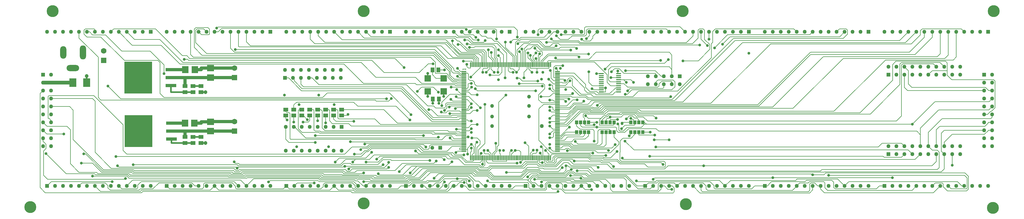
<source format=gtl>
%FSTAX23Y23*%
%MOIN*%
%SFA1B1*%

%IPPOS*%
%ADD10R,0.133860X0.039370*%
%ADD11R,0.350390X0.403540*%
%ADD12R,0.133860X0.039370*%
%ADD13R,0.011810X0.061020*%
%ADD14R,0.062990X0.051180*%
%ADD15R,0.059060X0.051180*%
%ADD16R,0.086610X0.078740*%
%ADD17R,0.039370X0.047240*%
%ADD18R,0.051180X0.059060*%
%ADD19R,0.078740X0.086610*%
%ADD20R,0.085000X0.110000*%
%ADD21R,0.064960X0.011810*%
%ADD22R,0.078740X0.078740*%
%ADD23R,0.061020X0.011810*%
%ADD24C,0.007870*%
%ADD25C,0.019690*%
%ADD26C,0.039370*%
%ADD27C,0.011810*%
%ADD28C,0.009840*%
%ADD29C,0.047240*%
%ADD30R,0.050000X0.050000*%
%ADD31C,0.050000*%
%ADD32C,0.070000*%
%ADD33R,0.070000X0.070000*%
%ADD34C,0.150000*%
%ADD35R,0.050000X0.050000*%
%ADD36O,0.078740X0.177160*%
%ADD37O,0.078740X0.157480*%
%ADD38O,0.157480X0.078740*%
%ADD39C,0.059060*%
%ADD40C,0.059060*%
%ADD41C,0.035430*%
%ADD42C,0.047240*%
%LNledmatrixdisplay-1*%
%LPD*%
G54D10*
X01665Y0068D03*
Y0078D03*
X0166Y01355D03*
Y01455D03*
G54D11*
X01253Y0078D03*
X01248Y01455D03*
G54D12*
X01665Y0088D03*
X0166Y01555D03*
G54D13*
X06066Y00443D03*
X05928Y01617D03*
X06046D03*
X06006D03*
X05987D03*
X05967D03*
X05947D03*
X05829D03*
X0581D03*
X0579D03*
X05751D03*
X05731D03*
X05711D03*
X05692D03*
X05613D03*
X05593D03*
X05573D03*
X05554D03*
X05534D03*
X05514D03*
X05495D03*
X05475D03*
X05455D03*
X06321Y00443D03*
X06302D03*
X06282D03*
X05731D03*
X05711D03*
X05632D03*
X05573D03*
X05554D03*
X05534D03*
X05514D03*
X05495D03*
X05475D03*
X05455D03*
X05416D03*
X05436D03*
X05593D03*
X05613D03*
X05652D03*
X05672D03*
X05692D03*
X05751D03*
X0577D03*
X0579D03*
X0581D03*
X05829D03*
X05849D03*
X05869D03*
X05888D03*
X05908D03*
X05928D03*
X05947D03*
X05967D03*
X05987D03*
X06006D03*
X06026D03*
X06046D03*
X06085D03*
X06105D03*
X06125D03*
X06144D03*
X06164D03*
X06184D03*
X06203D03*
X06223D03*
X06243D03*
X06262D03*
X06341D03*
X06361D03*
X06381D03*
X064D03*
X0642D03*
X05416Y01617D03*
X05436D03*
X05632D03*
X05652D03*
X05672D03*
X0577D03*
X05849D03*
X05869D03*
X05888D03*
X05908D03*
X06026D03*
X06066D03*
X06085D03*
X06105D03*
X06125D03*
X06144D03*
X06164D03*
X06184D03*
X06203D03*
X06223D03*
X06243D03*
X06262D03*
X06282D03*
X06302D03*
X06321D03*
X06341D03*
X06361D03*
X06381D03*
X064D03*
X0642D03*
G54D14*
X031Y01052D03*
Y00977D03*
X032Y01052D03*
Y00977D03*
X033Y01052D03*
Y00977D03*
X034Y01052D03*
Y00977D03*
X035Y01052D03*
Y00977D03*
X036Y01052D03*
Y00977D03*
X038Y01052D03*
Y00977D03*
X037D03*
Y01052D03*
G54D15*
X01835Y01347D03*
Y01272D03*
X01935D03*
Y01347D03*
X02035Y01272D03*
Y01347D03*
X01835Y00707D03*
Y00632D03*
X02035Y00707D03*
Y00632D03*
X01935Y00707D03*
Y00632D03*
G54D16*
X02155Y0078D03*
Y00898D03*
Y01573D03*
Y01455D03*
G54D17*
X06895Y00892D03*
X06845D03*
X06795D03*
X06745D03*
Y00768D03*
X06795D03*
X06845D03*
X06895D03*
X07215Y00892D03*
X07165D03*
X07115D03*
X07065D03*
Y00768D03*
X07115D03*
X07165D03*
X07215D03*
X07575D03*
X07525D03*
X07475D03*
X07425D03*
Y00892D03*
X07475D03*
X07525D03*
X07575D03*
G54D18*
X04937Y0155D03*
X05012D03*
X05017Y01185D03*
X04942D03*
G54D19*
X01953Y0088D03*
X01835D03*
X01959Y01555D03*
X0184D03*
G54D20*
X00602Y0139D03*
X00427D03*
G54D21*
X07055Y01351D03*
X07273Y013D03*
Y01479D03*
X07055Y01377D03*
Y01402D03*
Y01428D03*
Y01453D03*
Y01479D03*
X07273Y01402D03*
Y01351D03*
Y01377D03*
Y01325D03*
Y01274D03*
Y01505D03*
Y01453D03*
Y01428D03*
X07055Y01505D03*
Y01325D03*
Y013D03*
Y01274D03*
G54D22*
X0488Y01446D03*
Y0128D03*
X0508Y01446D03*
Y0128D03*
G54D23*
X06505Y00607D03*
Y00626D03*
Y00646D03*
Y00666D03*
Y00685D03*
Y00705D03*
Y00725D03*
Y00843D03*
Y00863D03*
Y00882D03*
Y00922D03*
Y00961D03*
Y01D03*
Y01059D03*
Y01079D03*
Y01099D03*
Y01138D03*
Y01178D03*
Y01197D03*
Y01217D03*
Y01237D03*
Y01335D03*
Y01355D03*
X05331Y00587D03*
Y00607D03*
Y00626D03*
Y00646D03*
Y00685D03*
Y00705D03*
Y00725D03*
Y00745D03*
Y00764D03*
Y00843D03*
Y00863D03*
Y00882D03*
Y00902D03*
Y00941D03*
Y00961D03*
Y00981D03*
Y0102D03*
Y01079D03*
Y01099D03*
Y01119D03*
Y01138D03*
Y01158D03*
Y01197D03*
Y01237D03*
Y01256D03*
Y01335D03*
Y01355D03*
Y01374D03*
Y01394D03*
Y01414D03*
Y01473D03*
Y01493D03*
Y01532D03*
Y01512D03*
Y01453D03*
Y01433D03*
Y01315D03*
Y01296D03*
Y01276D03*
Y01217D03*
Y01178D03*
Y01059D03*
Y0104D03*
Y01D03*
Y00922D03*
Y00823D03*
Y00804D03*
Y00784D03*
Y00666D03*
Y00567D03*
Y00548D03*
Y00528D03*
X06505Y01532D03*
Y01512D03*
Y01493D03*
Y01473D03*
Y01453D03*
Y01433D03*
Y01414D03*
Y01394D03*
Y01374D03*
Y01315D03*
Y01296D03*
Y01276D03*
Y01256D03*
Y01158D03*
Y01119D03*
Y0104D03*
Y0102D03*
Y00981D03*
Y00941D03*
Y00902D03*
Y00823D03*
Y00804D03*
Y00784D03*
Y00764D03*
Y00745D03*
Y00587D03*
Y00567D03*
Y00548D03*
Y00528D03*
G54D24*
X04893Y01051D02*
X04926D01*
X05186Y00981D02*
X05331D01*
X01642Y00053D02*
X02051D01*
X03068D02*
X03105Y0009D01*
X01605D02*
X01642Y00053D01*
X00102Y00743D02*
X00315D01*
X07165Y00928D02*
X07259D01*
X07165Y00892D02*
Y00928D01*
X11355Y00306D02*
Y0049D01*
X06677Y00298D02*
X06691Y00312D01*
X06672Y00298D02*
X06677D01*
X00564Y00494D02*
X00587D01*
X00055Y0079D02*
X00102Y00743D01*
X04065Y00244D02*
X04075Y00254D01*
Y00143D02*
X04639D01*
X07891Y00346D02*
X11203D01*
X00105Y0084D02*
X00355D01*
X0771Y00975D02*
X07741Y00944D01*
X11255Y00398D02*
Y0049D01*
X07065Y00892D02*
Y00922D01*
X00055Y0089D02*
X00105Y0084D01*
X06962Y00856D02*
X06966Y0086D01*
X06845Y00866D02*
Y00892D01*
X06517Y00272D02*
X06565Y0032D01*
X00092Y00498D02*
X00344Y00246D01*
X06965Y00654D02*
Y00786D01*
X10989Y00424D02*
X11055Y0049D01*
X07317Y0044D02*
X07333Y00424D01*
X06745Y00846D02*
Y00892D01*
X06715Y00405D02*
X06895D01*
X06692Y00427D02*
X06715Y00405D01*
X07158Y00385D02*
X0721Y00333D01*
X00536Y00378D02*
X00676D01*
X07326Y00892D02*
X07425D01*
X07315Y00876D02*
X07331Y00892D01*
X00018Y0007D02*
Y01253D01*
X07315Y00881D02*
X07326Y00892D01*
X10817Y00452D02*
X10855Y0049D01*
X07662Y00465D02*
X1059D01*
X00018Y01253D02*
X00055Y0129D01*
X06496Y00005D02*
X06512Y00021D01*
X06066Y0141D02*
X0626D01*
X07525Y00892D02*
Y0092D01*
X07353Y00656D02*
X07466Y00543D01*
X10902D02*
X10955Y0049D01*
X07369Y00934D02*
X07406Y00971D01*
X06003Y01963D02*
Y0205D01*
X02232Y02078D02*
X02244Y0209D01*
X05997Y01447D02*
X06029D01*
X05242Y01303D02*
X05288Y01256D01*
X05331*
X00942Y02067D02*
X01465D01*
X04468Y01696D02*
X04582Y01582D01*
X05171Y01335D02*
X05331D01*
X05171Y01336D02*
X05171Y01335D01*
X00905Y0203D02*
X00942Y02067D01*
X01173Y01862D02*
X01534D01*
X01005Y0203D02*
X01173Y01862D01*
X05227Y01355D02*
X05331D01*
X01201Y01934D02*
X01517D01*
X01105Y0203D02*
X01201Y01934D01*
X05243Y01374D02*
X05331D01*
X0188Y0167D02*
X04178D01*
X05501Y01289D02*
X06233D01*
X05475Y01315D02*
X05501Y01289D01*
X07425Y00942D02*
X07439Y00928D01*
X07457Y00892D02*
Y00928D01*
X01867Y01683D02*
X0188Y0167D01*
X04884Y01628D02*
X04945D01*
X01826Y01683D02*
X01867D01*
X02042Y01993D02*
X02133D01*
X0527Y01414D02*
X05331D01*
X02005Y0203D02*
X02042Y01993D01*
X01985Y02067D02*
X02068D01*
X02105Y0203*
X05211Y01433D02*
X05331D01*
X0529Y0102D02*
X05331D01*
X0505Y01021D02*
X0506Y01011D01*
X04165Y0197D02*
X05228D01*
X05578Y01899D02*
X056Y01921D01*
X05692Y01617D02*
Y01672D01*
X0564Y01725D02*
Y01805D01*
X04105Y0203D02*
X04165Y0197D01*
X04083Y01952D02*
X05215D01*
X05613Y01617D02*
Y01776D01*
X04005Y0203D02*
X04083Y01952D01*
X03804Y01931D02*
X05106D01*
X03705Y0203D02*
X03804Y01931D01*
X05554Y01617D02*
Y0172D01*
X0519Y01879D02*
Y01917D01*
X05573Y01617D02*
Y01748D01*
X05675Y01715D02*
Y0177D01*
X05711Y01617D02*
Y01678D01*
X05403Y01833D02*
X0546D01*
X05731Y01617D02*
Y01688D01*
X05262Y01973D02*
X05407D01*
X05451Y01929D02*
X05513D01*
X0579Y01617D02*
Y01704D01*
X05765Y0173D02*
X0579Y01704D01*
X05205Y0203D02*
X05262Y01973D01*
X05658Y01486D02*
X05774D01*
X05342Y01993D02*
X05449D01*
X0581Y01522D02*
Y01617D01*
X05658Y01486D02*
X0566Y01487D01*
X05449Y01993D02*
X05481Y01961D01*
X05305Y0203D02*
X05342Y01993D01*
X05442Y02067D02*
X05725D01*
X05742Y01942D02*
Y0205D01*
X05765Y01805D02*
X05829Y0174D01*
Y01617D02*
Y0174D01*
X05405Y0203D02*
X05442Y02067D01*
X0556Y01975D02*
X05606D01*
X0563Y01951D02*
X05674D01*
X05606Y01975D02*
X0563Y01951D01*
X05947Y01617D02*
Y01717D01*
X05505Y0203D02*
X0556Y01975D01*
X05853Y01836D02*
Y01901D01*
X05967Y01617D02*
Y01722D01*
X06049Y01962D02*
X06337D01*
X06405Y0203*
X0592Y019D02*
X05953Y01933D01*
X0577Y01145D02*
X0586Y01235D01*
X05711Y00443D02*
Y00491D01*
X06027Y01781D02*
X06046Y01761D01*
Y01617D02*
Y01761D01*
X06279Y02067D02*
X06768D01*
X06805Y0203*
X06262Y01993D02*
Y0205D01*
X06057Y01813D02*
X06066Y01803D01*
Y01617D02*
Y01803D01*
X0695Y01975D02*
X07005Y0203D01*
X0695Y0195D02*
Y01975D01*
X06915Y01915D02*
X0695Y0195D01*
X0681Y01939D02*
X06834Y01915D01*
X06915*
X06291Y01801D02*
X06672D01*
X06105Y01617D02*
Y01794D01*
X06135Y01706D02*
Y01766D01*
X06184Y01617D02*
Y01657D01*
X06885Y02067D02*
X07868D01*
X07905Y0203*
X06492Y0198D02*
X06539Y01933D01*
X06203Y01617D02*
Y0166D01*
X06165Y01698D02*
Y01733D01*
X06235Y01696D02*
X06243Y01687D01*
Y01617D02*
Y01687D01*
X06858Y02094D02*
X08041D01*
X08105Y0203*
X06553Y01993D02*
X06834D01*
X06265Y01736D02*
X06283Y01754D01*
X06262Y01617D02*
Y01663D01*
X06477Y01603D02*
X06573D01*
X0646Y01453D02*
X06505D01*
X06415Y01544D02*
X06424Y01535D01*
X06458Y01414D02*
X06505D01*
X08486Y02068D02*
X09467D01*
X09505Y0203*
X06505Y01394D02*
X06562D01*
X08639Y01993D02*
X09668D01*
X09705Y0203*
X08475Y01829D02*
X08639Y01993D01*
X06605Y01355D02*
X06663Y01413D01*
X06505Y01355D02*
X06605D01*
X07849Y01634D02*
X07895Y0168D01*
X07101Y0156D02*
X07175Y01634D01*
X06678Y01237D02*
X06694Y01253D01*
X06505Y01237D02*
X06678D01*
X10043Y02068D02*
X10124D01*
X10005Y0203D02*
X10043Y02068D01*
X06505Y01217D02*
X06679D01*
X0867Y01969D02*
X10044D01*
X10105Y0203*
X08575Y01874D02*
X0867Y01969D01*
X06539Y01864D02*
X0829D01*
X06009Y0188D02*
X0603Y01901D01*
X06025Y01378D02*
X06329D01*
X06307Y01138D02*
X06505D01*
X09677Y01743D02*
X10988D01*
X11205Y0196D02*
Y0203D01*
X10988Y01743D02*
X11205Y0196D01*
X06505Y00922D02*
X06607D01*
X09678Y01774D02*
X10919D01*
X11105Y0196D02*
Y0203D01*
X10919Y01774D02*
X11105Y0196D01*
X06505Y00961D02*
X06623D01*
X11077Y02067D02*
X11568D01*
X09177Y01878D02*
X10943D01*
X11568Y02067D02*
X11605Y0203D01*
X10943Y01878D02*
X11055Y0199D01*
X07004Y01103D02*
X07032Y01131D01*
X06652Y0083D02*
X06654D01*
X06505Y00725D02*
X06547D01*
X11055Y0199D02*
Y02045D01*
X11077Y02067*
X08826Y01894D02*
X10869D01*
X11005Y0203*
X06505Y01D02*
X06639D01*
X10795Y0192D02*
X10905Y0203D01*
X08732Y0192D02*
X10795D01*
X06505Y01059D02*
X06659D01*
X10905Y01373D02*
Y0154D01*
X11913Y0129D02*
X11955D01*
X10855Y0159D02*
X10905Y0154D01*
X10835Y01627D02*
X11218D01*
X11255Y0159*
X07166Y00959D02*
X07304D01*
X07147Y0094D02*
X07166Y00959D01*
X07115Y00892D02*
Y00925D01*
X04825Y0061D02*
X04855Y0058D01*
X00155Y0089D02*
Y00916D01*
X10819Y01643D02*
X11302D01*
X07031Y0092D02*
X07089Y00978D01*
X11302Y01643D02*
X11355Y0159D01*
X07215Y00866D02*
Y00892D01*
X06859Y00973D02*
X06892Y0094D01*
X05217Y00482D02*
X05333D01*
X00968Y0046D02*
X04044D01*
X11392Y01484D02*
Y01639D01*
X11205Y0154D02*
X11392D01*
X11155Y0149D02*
X11205Y0154D01*
X11855Y0099D02*
X11897D01*
X06845Y00892D02*
Y00943D01*
X1145Y01427D02*
X11975D01*
X11392Y01484D02*
X1145Y01427D01*
X09852Y00003D02*
X11218D01*
X11305Y0009*
X09805Y0005D02*
Y0009D01*
X11442Y00053D02*
X11635D01*
X09905Y00223D02*
X1161D01*
X11405Y0009D02*
X11442Y00053D01*
X11242Y00127D02*
X11331D01*
X09705Y00231D02*
X09848D01*
X09696Y0024D02*
X09705Y00231D01*
X11205Y0009D02*
X11242Y00127D01*
X06752Y00281D02*
X06887D01*
X05277Y00136D02*
X05336D01*
X05205Y0009D02*
X05235D01*
X09891Y00036D02*
X10951D01*
X09451D02*
X09542Y00127D01*
X10951Y00036D02*
X11005Y0009D01*
X08005D02*
X08042Y00127D01*
X0951Y00177D02*
X10018D01*
X10105Y0009*
X11576D02*
X11605D01*
X10105D02*
X10158Y00143D01*
X08605Y0009D02*
X08674Y00159D01*
X10158Y00143D02*
X11523D01*
X08387Y00036D02*
X09451D01*
X09542Y00127D02*
X09649D01*
X06852Y00043D02*
X06932D01*
X06805Y0009D02*
X06852Y00043D01*
X06443Y00052D02*
X06552D01*
X07905Y0009D02*
X07945D01*
X06405D02*
X06443Y00052D01*
X06304Y00141D02*
X06321Y00158D01*
X05573Y00374D02*
Y00443D01*
X05565Y00366D02*
X05573Y00374D01*
X06952Y00143D02*
X07005Y0009D01*
X05146Y00358D02*
X05183Y00395D01*
X04521Y0027D02*
X04609Y00358D01*
X05392Y01217D02*
X05537Y01073D01*
X05331Y01217D02*
X05392D01*
X04388Y00374D02*
Y00389D01*
X03887Y00306D02*
X03903Y00322D01*
X03905Y00089D02*
X03941Y00053D01*
X05382Y0009D02*
Y00109D01*
X03941Y00053D02*
X03963D01*
X03905Y00089D02*
Y0009D01*
X03963Y00053D02*
X0398Y00037D01*
X01285Y00143D02*
X02452D01*
X02505Y0009*
X01005D02*
X01042Y00053D01*
X02883Y0014D02*
X02902Y00159D01*
X03952Y00143D02*
X04005Y0009D01*
X01178Y00163D02*
X02532D01*
X04069Y0009D02*
X04105D01*
X02605D02*
X02695Y0018D01*
X02532Y00163D02*
X02605Y0009D01*
X01105D02*
X01178Y00163D01*
X02695Y0018D02*
X03511D01*
X00159Y00144D02*
X00922D01*
X00105Y0009D02*
X00159Y00144D01*
X05087Y00182D02*
X0537D01*
X05184Y00666D02*
X05331D01*
X05157Y00694D02*
X05184Y00666D01*
X0537Y00182D02*
X05399Y00153D01*
X04905Y0009D02*
X04942D01*
X00542Y00127D02*
X00835D01*
X0196Y0009D02*
X02005D01*
X00505D02*
X00542Y00127D01*
X00774Y00021D02*
X01274D01*
X02152Y00037D02*
X02205Y0009D01*
X00705D02*
X00774Y00021D01*
X01042Y00053D02*
X01228D01*
X03828Y00338D02*
X043D01*
X01006Y00328D02*
X03818D01*
X05534Y00487D02*
X05547Y005D01*
X05534Y00443D02*
Y00487D01*
X043Y00338D02*
X04319Y00357D01*
X00988Y00346D02*
X01006Y00328D01*
X0249Y00314D02*
X02504Y00328D01*
X02258Y00037D02*
X03652D01*
X03705Y0009*
X02205D02*
X02258Y00037D01*
X0129D02*
X02152D01*
X04676Y00339D02*
X05521D01*
X03242Y00127D02*
X03456D01*
X06262Y00397D02*
Y00443D01*
X04658Y00256D02*
X04741Y00339D01*
X04257Y00243D02*
X04273Y00227D01*
X03205Y0009D02*
X03242Y00127D01*
X02481Y00053D02*
X03068D01*
X04542Y0009D02*
X04605D01*
X03105D02*
X03142Y00053D01*
X03539*
X04142Y00127D02*
X04655D01*
X05579Y0009D02*
X05605D01*
X04105D02*
X04142Y00127D01*
X03517Y00143D02*
X03952D01*
X0398Y00037D02*
X05108D01*
X03757Y00038D02*
X03947D01*
X0518Y0007D02*
Y0009D01*
X03705D02*
X03757Y00038D01*
X02551Y00263D02*
X03807D01*
X03826Y00244*
X04065*
X06815Y0083D02*
X07234D01*
X11055Y0059D02*
Y00818D01*
X03842Y0026D02*
X03965D01*
X11914Y01049D02*
X11955Y0109D01*
X06795Y0085D02*
Y00892D01*
X11011Y0078D02*
X11055Y00736D01*
X04955Y00375D02*
X04985Y00405D01*
X0399Y00285D02*
X0447D01*
X00155Y0109D02*
X00387D01*
X03965Y0026D02*
X0399Y00285D01*
X06585Y00385D02*
X0664D01*
X06335Y00305D02*
X06505D01*
X0772Y0067D02*
X07905D01*
X11455Y0035D02*
Y0049D01*
X11455Y0035D02*
X11455Y0035D01*
X06995Y00345D02*
X07015Y00325D01*
X05865Y0026D02*
X06062D01*
X04425Y0041D02*
X04905D01*
X00055Y0065D02*
Y0069D01*
X01186Y00358D02*
X02489D01*
X0108Y00176D02*
X01089Y00185D01*
X06505Y00305D02*
X06585Y00385D01*
X06302Y00272D02*
X06517D01*
X0664Y00385D02*
X0668Y00345D01*
X06995*
X06127Y00325D02*
X06262D01*
X06325Y00315D02*
X06335Y00305D01*
X06272Y00315D02*
X06325D01*
X06262Y00325D02*
X06272Y00315D01*
X0625Y0036D02*
X06272Y00337D01*
X06332D02*
X0634Y0033D01*
X06272Y00337D02*
X06332D01*
X0634Y0033D02*
X06485D01*
X06257Y00382D02*
X06285Y00355D01*
X06345D02*
X06353Y00347D01*
X06285Y00355D02*
X06345D01*
X06353Y00347D02*
X06477D01*
X06123Y00298D02*
X06276D01*
X06302Y00272*
X06612Y00287D02*
Y00344D01*
X0613Y00282D02*
X06267D01*
X11155Y0059D02*
X11205Y0054D01*
X06895Y00892D02*
X06997D01*
X06612Y00344D02*
X06636D01*
X06267Y00282D02*
X06293Y00256D01*
X00675Y00215D02*
X00675Y00214D01*
X06581Y00256D02*
X06612Y00287D01*
X06293Y00256D02*
X06581D01*
X06065Y00185D02*
X06146Y00266D01*
X06635Y00284D02*
X06658D01*
X06591Y0024D02*
X06635Y00284D01*
X06258Y00266D02*
X06284Y0024D01*
X06591*
X06146Y00266D02*
X06258D01*
X06649Y00268D02*
X06708D01*
X06131Y00204D02*
X06172Y00245D01*
X06606Y00225D02*
X06649Y00268D01*
X07502Y0009D02*
X07605D01*
X06172Y00245D02*
X0625D01*
X0627Y00225D02*
X06606D01*
X0625Y00245D02*
X0627Y00225D01*
X06609Y00205D02*
X06655Y00251D01*
X06195Y00225D02*
X06245D01*
X06127Y00168D02*
X06205Y0009D01*
X06655Y00251D02*
X06699D01*
X07668Y00053D02*
X07705Y0009D01*
X06245Y00225D02*
X06264Y00205D01*
X0496Y00189D02*
X05014Y00243D01*
X06132Y00162D02*
Y00162D01*
X06264Y00205D02*
X06609D01*
X06255Y0019D02*
X06796D01*
X0681Y00176*
X062Y00205D02*
X0624D01*
X07805Y0005D02*
Y0009D01*
X06332Y01119D02*
X06505D01*
X0643Y00506D02*
X06947D01*
X0624Y00205D02*
X06255Y0019D01*
X06265Y0009D02*
X06305D01*
X05068Y00118D02*
X0509Y0014D01*
X04805Y0009D02*
X04835D01*
X06321Y00158D02*
X06668D01*
X06225Y0013D02*
X06265Y0009D01*
X0619Y0013D02*
X06225D01*
X0617Y0015D02*
X0619Y0013D01*
X0617Y0015D02*
Y00175D01*
X062Y00205*
X06132Y00162D02*
X06195Y00225D01*
X05678Y00168D02*
X06127D01*
X06162Y00053D02*
X06344D01*
X05652Y00134D02*
X06131D01*
X06868Y00127D02*
X06905Y0009D01*
X06131Y00134D02*
X06145Y0012D01*
X0563Y00156D02*
X05652Y00134D01*
X06145Y0007D02*
Y0012D01*
Y0007D02*
X06162Y00053D01*
X06485Y0033D02*
X06565Y0041D01*
X0613Y0036D02*
X0625D01*
X06477Y00347D02*
X06557Y00427D01*
X07215Y00706D02*
Y00768D01*
X0663Y00536D02*
X06979D01*
X06289Y00503D02*
X06302Y00489D01*
Y00443D02*
Y00489D01*
X07165Y00768D02*
Y00794D01*
X0673Y0065D02*
X06762Y00618D01*
X06282Y00385D02*
Y00443D01*
Y00385D02*
X06315D01*
X07128Y00365D02*
X0719Y00303D01*
X07848*
X06705Y00365D02*
X07128D01*
X0666Y0041D02*
X06705Y00365D01*
X06565Y0041D02*
X0666D01*
X06557Y00427D02*
X06692D01*
X0706Y00385D02*
X07158D01*
X0705Y00395D02*
X0706Y00385D01*
X06905Y00395D02*
X0705D01*
X06895Y00405D02*
X06905Y00395D01*
X06062Y0026D02*
X06127Y00325D01*
X07596Y00867D02*
X10955D01*
X11917Y01152D02*
X11955Y0119D01*
X10955Y00867D02*
X1124Y01152D01*
X07596Y00892D02*
X07621Y00867D01*
X07575Y00892D02*
X07596D01*
X07261Y00872D02*
X07276Y00857D01*
X04369Y00304D02*
X0439Y00325D01*
X00155Y0119D02*
X00675D01*
X06239Y00174D02*
X06239Y00174D01*
X07036Y00159D02*
X07105Y0009D01*
X06041Y00216D02*
X06123Y00298D01*
X05661Y00264D02*
X05708Y00216D01*
X05503Y00264D02*
X05661D01*
X05708Y00216D02*
X06041D01*
X05494Y00248D02*
X05652D01*
X06048Y002D02*
X0613Y00282D01*
X05652Y00248D02*
X05699Y002D01*
X06048*
X0564Y00232D02*
X05687Y00185D01*
X05476Y00232D02*
X0564D01*
X05687Y00185D02*
X06065D01*
X0546Y00216D02*
X0563D01*
X05678Y00168*
X07968Y00127D02*
X08005Y0009D01*
X0667Y00219D02*
X06809D01*
X06699Y00251D02*
X06715Y00235D01*
X06859*
X06708Y00268D02*
X06725Y00251D01*
X06869*
X06359Y00364D02*
X06464D01*
X07475Y0074D02*
Y00768D01*
X07251Y00405D02*
X07288Y00368D01*
X07599*
X06341Y00399D02*
Y00443D01*
X06464Y00364D02*
X0649Y0039D01*
X0707Y00405D02*
X07251D01*
X0706Y00415D02*
X0707Y00405D01*
X06919Y00415D02*
X0706D01*
X06891Y00443D02*
X06919Y00415D01*
X06508Y00443D02*
X06891D01*
X0649Y00425D02*
X06508Y00443D01*
X0649Y0039D02*
Y00425D01*
X07295Y00384D02*
X07805D01*
X07525Y00732D02*
X07725D01*
X07525D02*
Y00768D01*
X07805Y00384D02*
X07828Y00361D01*
X07254Y00425D02*
X07295Y00384D01*
X0647Y00395D02*
Y00445D01*
X06457Y00383D02*
X0647Y00395D01*
X06361Y00397D02*
Y00443D01*
X06375Y00383D02*
X06457D01*
X07088Y00425D02*
X07254D01*
X07078Y00435D02*
X07088Y00425D01*
X06921Y00435D02*
X07078D01*
X06897Y00458D02*
X06921Y00435D01*
X06483Y00458D02*
X06897D01*
X0647Y00445D02*
X06483Y00458D01*
X07575Y00768D02*
X0767D01*
X07173Y00446D02*
X07251Y00524D01*
X06904Y00474D02*
X06923Y00455D01*
X07081*
X06448Y0041D02*
Y00448D01*
X06439Y00401D02*
X06448Y0041D01*
X06381Y0041D02*
Y00443D01*
X06474Y00474D02*
X06904D01*
X06448Y00448D02*
X06474Y00474D01*
X0642Y0047D02*
X0644Y0049D01*
X0691D02*
X06925Y00476D01*
X07111*
X0642Y00443D02*
Y0047D01*
X0644Y0049D02*
X0691D01*
X05682Y00314D02*
X06084D01*
X0613Y0036*
X05667Y0033D02*
X06065D01*
X06117Y00382*
X06257*
X05658Y00346D02*
X06051D01*
X06102Y00397D02*
X06262D01*
X06051Y00346D02*
X06102Y00397D01*
X06449Y0117D02*
X06461Y01158D01*
X06438Y01086D02*
X0645Y01075D01*
X06026Y00538D02*
X06046Y00518D01*
X06421Y01228D02*
X06449Y01256D01*
X05692Y00499D02*
X05731Y00538D01*
X05457Y00504D02*
Y00584D01*
X05436Y00483D02*
X05457Y00504D01*
X05171Y01002D02*
X05172Y01D01*
X06443Y00698D02*
X06455Y0071D01*
Y00755*
X06464Y00764*
X06184Y00484D02*
X062Y005D01*
X06235*
X0625Y00514*
X05586Y00508D02*
X056Y00495D01*
X05645*
X05652Y00487*
X05783Y00501D02*
X0579Y00494D01*
X05416Y00516D02*
X05426Y00526D01*
X05379Y01059D02*
X0539Y0107D01*
Y01089*
X0537Y01315D02*
X05385Y0133D01*
Y01375*
X05392Y01382*
X05625Y0157D02*
X05632Y01577D01*
X0558Y0157D02*
X05625D01*
X05568Y01558D02*
X0558Y0157D01*
X05758Y01568D02*
X0577Y0158D01*
X05908Y01576D02*
X05918Y01566D01*
X05888Y01541D02*
X05907Y01522D01*
X05918Y01566D02*
X05947D01*
X06445Y01315D02*
X06463Y01296D01*
X06445Y01315D02*
Y01355D01*
X06437Y01362D02*
X06445Y01355D01*
X0645Y01055D02*
X06464Y0104D01*
X0645Y01055D02*
Y01075D01*
X0528Y00548D02*
Y00567D01*
X05692Y004D02*
X05869D01*
X05378Y00565D02*
X05413Y00601D01*
X0541Y01D02*
X0545Y0104D01*
X05387Y00823D02*
X05426Y00863D01*
X05387Y01276D02*
X05426Y01237D01*
X0641Y01217D02*
X06421Y01228D01*
X06085Y01522D02*
X06125Y01561D01*
X04415Y0042D02*
X04425Y0041D01*
X04315Y0042D02*
X04415D01*
X04255Y0036D02*
X04315Y0042D01*
X03921Y0036D02*
X04255D01*
X03908Y00373D02*
X03921Y0036D01*
X03824Y00373D02*
X03908D01*
X03796Y00345D02*
X03824Y00373D01*
X02502Y00345D02*
X03796D01*
X02489Y00358D02*
X02502Y00345D01*
X00112Y00176D02*
X0108D01*
X00062Y00226D02*
X00112Y00176D01*
X00062Y00226D02*
Y0053D01*
X00092Y0056*
Y00615*
X00067Y0064D02*
X00092Y00615D01*
X00065Y0064D02*
X00067D01*
X00055Y0065D02*
X00065Y0064D01*
X07039Y00602D02*
X07065Y00628D01*
X06702Y00602D02*
X07039D01*
X06677Y00626D02*
X06702Y00602D01*
X07089Y00586D02*
X07115Y00612D01*
X06686Y00586D02*
X07089D01*
X06662Y0061D02*
X06686Y00586D01*
X06545Y0061D02*
X06662D01*
X06543Y00607D02*
X06545Y0061D01*
X07155Y00804D02*
X07165Y00794D01*
X07035Y00804D02*
X07155D01*
X07011Y0078D02*
X07035Y00804D01*
X07011Y00634D02*
Y0078D01*
X06995Y00618D02*
X07011Y00634D01*
X06762Y00618D02*
X06995D01*
X04898Y0059D02*
X04915Y00607D01*
X04898Y00563D02*
Y0059D01*
X04885Y0055D02*
X04898Y00563D01*
X0483Y0055D02*
X04885D01*
X04785Y00594D02*
X0483Y0055D01*
X04151Y00594D02*
X04785D01*
X04121Y00564D02*
X04151Y00594D01*
X04055Y00564D02*
X04121D01*
X05123Y00528D02*
X05182Y00587D01*
X04822Y00528D02*
X05123D01*
X04771Y00578D02*
X04822Y00528D01*
X04162Y00578D02*
X04771D01*
X0412Y00536D02*
X04162Y00578D01*
X04088Y00536D02*
X0412D01*
X04043Y00491D02*
X04088Y00536D01*
X05593Y00393D02*
X05595Y00392D01*
Y00354D02*
Y00392D01*
X05577Y00336D02*
X05595Y00354D01*
X05547Y00336D02*
X05577D01*
X05525Y00358D02*
X05547Y00336D01*
X0534Y00358D02*
X05525D01*
X05266Y00432D02*
X0534Y00358D01*
X05133Y00432D02*
X05266D01*
X05101Y00464D02*
X05133Y00432D01*
X04277Y00464D02*
X05101D01*
X05514Y00546D02*
X05594Y00626D01*
X03347Y00694D02*
X05001D01*
X03221Y0082D02*
X03347Y00694D01*
X05446Y00401D02*
X05455Y0041D01*
X05367Y00401D02*
X05446D01*
X05303Y00465D02*
X05367Y00401D01*
X05195Y00465D02*
X05303D01*
X05178Y00482D02*
X05195Y00465D01*
X05178Y00482D02*
Y00492D01*
X05174Y00496D02*
X05178Y00492D01*
X04764Y00496D02*
X05174D01*
X0473Y0053D02*
X04764Y00496D01*
X031Y00677D02*
X03139Y00638D01*
X07162Y01253D02*
X07234Y01325D01*
X07021Y01253D02*
X07162D01*
X06997Y01277D02*
X07021Y01253D01*
X06913Y01277D02*
X06997D01*
X0686Y0133D02*
X06913Y01277D01*
X0686Y0133D02*
Y01368D01*
X06715Y01512D02*
X0686Y01368D01*
X05747Y01883D02*
X05869Y0176D01*
X05429Y01883D02*
X05747D01*
X05385Y01927D02*
X05429Y01883D01*
X10855Y0133D02*
X10895Y0129D01*
X10603Y00452D02*
X10817D01*
X1059Y00465D02*
X10603Y00452D01*
X03932Y00005D02*
X06496D01*
X03916Y00021D02*
X03932Y00005D01*
X01306Y00021D02*
X03916D01*
X0129Y00005D02*
X01306Y00021D01*
X00083Y00005D02*
X0129D01*
X00018Y0007D02*
X00083Y00005D01*
X11872Y01331D02*
X11913Y0129D01*
X10947Y01331D02*
X11872D01*
X10905Y01373D02*
X10947Y01331D01*
X10574Y00627D02*
X10818D01*
X10529Y00582D02*
X10574Y00627D01*
X07351Y00854D02*
X07467D01*
X07475Y00862*
X07439Y00928D02*
X07457D01*
X04773Y01517D02*
X04884Y01628D01*
X04331Y01517D02*
X04773D01*
X04178Y0167D02*
X04331Y01517D01*
X07503Y00943D02*
X07525Y0092D01*
X07473Y00943D02*
X07503D01*
X07445Y00971D02*
X07473Y00943D01*
X07406Y00971D02*
X07445D01*
X06029Y01447D02*
X06066Y0141D01*
X05963Y0209D02*
X06003Y0205D01*
X02244Y0209D02*
X05963D01*
X07557Y00828D02*
X07596Y00867D01*
X07379Y00828D02*
X07557D01*
X07331Y0078D02*
X07379Y00828D01*
X0729Y0078D02*
X07331D01*
X07276Y00794D02*
X0729Y0078D01*
X07276Y00794D02*
Y00857D01*
X03931Y00304D02*
X04369D01*
X03903Y00276D02*
X03931Y00304D01*
X03867Y00276D02*
X03903D01*
X03845Y00298D02*
X03867Y00276D01*
X02518Y00298D02*
X03845D01*
X02504Y00284D02*
X02518Y00298D01*
X02474Y00284D02*
X02504D01*
X02448Y00311D02*
X02474Y00284D01*
X0091Y00311D02*
X02448D01*
X00707Y00514D02*
X0091Y00311D01*
X00707Y00514D02*
Y01158D01*
X00675Y0119D02*
X00707Y01158D01*
X07333Y00424D02*
X10989D01*
X06947Y00804D02*
X06965Y00786D01*
X06787Y00804D02*
X06947D01*
X06745Y00846D02*
X06787Y00804D01*
X05633Y00296D02*
X05667Y0033D01*
X05532Y00296D02*
X05633D01*
X05505Y00323D02*
X05532Y00296D01*
X04775Y00323D02*
X05505D01*
X04676Y00224D02*
X04775Y00323D01*
X04585Y00224D02*
X04676D01*
X04572Y00211D02*
X04585Y00224D01*
X04241Y00211D02*
X04572D01*
X04228Y00224D02*
X04241Y00211D01*
X04028Y00224D02*
X04228D01*
X04022Y00229D02*
X04028Y00224D01*
X0381Y00229D02*
X04022D01*
X03804Y00235D02*
X0381Y00229D01*
X03577Y00235D02*
X03804D01*
X03565Y00247D02*
X03577Y00235D01*
X02567Y00247D02*
X03565D01*
X02557Y00237D02*
X02567Y00247D01*
X02413Y00237D02*
X02557D01*
X02403Y00247D02*
X02413Y00237D01*
X01181Y00247D02*
X02403D01*
X01166Y00262D02*
X01181Y00247D01*
X00791Y00262D02*
X01166D01*
X00676Y00378D02*
X00791Y00262D01*
X11055Y00818D02*
X11286Y01049D01*
X07774Y0078D02*
X11011D01*
X07742Y00812D02*
X07774Y0078D01*
X07397Y00812D02*
X07742D01*
X07349Y00764D02*
X07397Y00812D01*
X07267Y00764D02*
X07349D01*
X07247Y00784D02*
X07267Y00764D01*
X07247Y00784D02*
Y00817D01*
X07234Y0083D02*
X07247Y00817D01*
X06795Y0085D02*
X06815Y0083D01*
X0456Y00375D02*
X04955D01*
X0447Y00285D02*
X0456Y00375D01*
X0382Y00282D02*
X03842Y0026D01*
X02534Y00282D02*
X0382D01*
X0252Y00268D02*
X02534Y00282D01*
X02458Y00268D02*
X0252D01*
X02444Y00283D02*
X02458Y00268D01*
X01197Y00283D02*
X02444D01*
X01186Y00293D02*
X01197Y00283D01*
X01139Y00293D02*
X01186D01*
X01137Y00295D02*
X01139Y00293D01*
X00811Y00295D02*
X01137D01*
X00433Y00673D02*
X00811Y00295D01*
X00433Y00673D02*
Y01044D01*
X00387Y0109D02*
X00433Y01044D01*
X11897Y0099D02*
X11939Y01032D01*
X1195*
X11992Y01074*
Y0141*
X11975Y01427D02*
X11992Y0141D01*
X11371Y0166D02*
X11392Y01639D01*
X1075Y0166D02*
X11371D01*
X10708Y01618D02*
X1075Y0166D01*
X10708Y01421D02*
Y01618D01*
X10298Y01011D02*
X10708Y01421D01*
X07532Y01011D02*
X10298D01*
X07507Y01036D02*
X07532Y01011D01*
X07141Y01036D02*
X07507D01*
X07099Y00994D02*
X07141Y01036D01*
X06888Y00994D02*
X07099D01*
X0688Y01002D02*
X06888Y00994D01*
X06837Y01002D02*
X0688D01*
X06829Y00994D02*
X06837Y01002D01*
X06829Y00959D02*
Y00994D01*
Y00959D02*
X06845Y00943D01*
Y00866D02*
X06855Y00856D01*
X06962*
X05476Y00291D02*
X05503Y00264D01*
X04868Y00291D02*
X05476D01*
X04769Y00192D02*
X04868Y00291D01*
X04623Y00192D02*
X04769D01*
X0461Y00179D02*
X04623Y00192D01*
X0419Y00179D02*
X0461D01*
X04177Y00192D02*
X0419Y00179D01*
X0401Y00192D02*
X04177D01*
X04004Y00197D02*
X0401Y00192D01*
X03779Y00197D02*
X04004D01*
X03777Y00199D02*
X03779Y00197D01*
X03549Y00199D02*
X03777D01*
X03536Y00212D02*
X03549Y00199D01*
X02598Y00212D02*
X03536D01*
X02591Y00205D02*
X02598Y00212D01*
X02382Y00205D02*
X02591D01*
X02375Y00212D02*
X02382Y00205D01*
X01134Y00212D02*
X02375D01*
X01115Y0023D02*
X01134Y00212D01*
X00715Y0023D02*
X01115D01*
X007Y00246D02*
X00715Y0023D01*
X00344Y00246D02*
X007D01*
X11939Y00937D02*
X11955Y00953D01*
X11328Y00937D02*
X11939D01*
X11155Y00764D02*
X11328Y00937D01*
X06924Y00328D02*
X06973Y00279D01*
X09803*
X09822Y00298*
X11268*
X11292Y00322*
Y00515*
X11267Y0054D02*
X11292Y00515D01*
X11205Y0054D02*
X11267D01*
X05467Y00275D02*
X05494Y00248D01*
X04874Y00275D02*
X05467D01*
X04775Y00176D02*
X04874Y00275D01*
X0464Y00176D02*
X04775D01*
X04623Y00159D02*
X0464Y00176D01*
X04166Y00159D02*
X04623D01*
X04152Y00173D02*
X04166Y00159D01*
X03999Y00173D02*
X04152D01*
X0399Y00181D02*
X03999Y00173D01*
X03535Y00181D02*
X0399D01*
X03521Y00196D02*
X03535Y00181D01*
X02614Y00196D02*
X03521D01*
X02607Y00189D02*
X02614Y00196D01*
X01132Y00189D02*
X02607D01*
X01107Y00214D02*
X01132Y00189D01*
X00675Y00214D02*
X01107D01*
X07065Y00922D02*
X07105Y00962D01*
X07127*
X07155Y0099*
X07307*
X0732Y01003*
X07487*
X07515Y00975*
X0771*
X11203Y00346D02*
X11255Y00398D01*
X07848Y00303D02*
X07891Y00346D01*
X05648Y0028D02*
X05682Y00314D01*
X05525Y0028D02*
X05648D01*
X05498Y00307D02*
X05525Y0028D01*
X04811Y00307D02*
X05498D01*
X04712Y00208D02*
X04811Y00307D01*
X04601Y00208D02*
X04712D01*
X04588Y00195D02*
X04601Y00208D01*
X04212Y00195D02*
X04588D01*
X04199Y00208D02*
X04212Y00195D01*
X04017Y00208D02*
X04199D01*
X04011Y00213D02*
X04017Y00208D01*
X03794Y00213D02*
X04011D01*
X03792Y00215D02*
X03794Y00213D01*
X03564Y00215D02*
X03792D01*
X03551Y00228D02*
X03564Y00215D01*
X02583Y00228D02*
X03551D01*
X02576Y00221D02*
X02583Y00228D01*
X02397Y00221D02*
X02576D01*
X0239Y00228D02*
X02397Y00221D01*
X0115Y00228D02*
X0239D01*
X01131Y00246D02*
X0115Y00228D01*
X00743Y00246D02*
X01131D01*
X00728Y00262D02*
X00743Y00246D01*
X00506Y00262D02*
X00728D01*
X00398Y0037D02*
X00506Y00262D01*
X00398Y0037D02*
Y00797D01*
X00355Y0084D02*
X00398Y00797D01*
X11905Y00882D02*
Y0089D01*
X11864Y00841D02*
X11905Y00882D01*
X11299Y00841D02*
X11864D01*
X11255Y00797D02*
X11299Y00841D01*
X10818Y0161D02*
X10835Y01627D01*
X10818Y00971D02*
Y0161D01*
X10754Y00907D02*
X10818Y00971D01*
X07634Y00907D02*
X10754D01*
X07582Y00959D02*
X07634Y00907D01*
X07499Y00959D02*
X07582D01*
X07471Y00987D02*
X07499Y00959D01*
X07332Y00987D02*
X07471D01*
X07304Y00959D02*
X07332Y00987D01*
X0713Y0094D02*
X07147D01*
X07115Y00925D02*
X0713Y0094D01*
X04145Y0061D02*
X04825D01*
X04115Y0058D02*
X04145Y0061D01*
X03928Y0058D02*
X04115D01*
X03838Y0049D02*
X03928Y0058D01*
X01106Y0049D02*
X03838D01*
X01059Y00537D02*
X01106Y0049D01*
X01059Y00537D02*
Y00861D01*
X00691Y01229D02*
X01059Y00861D01*
X00129Y01229D02*
X00691D01*
X00118Y01218D02*
X00129Y01229D01*
X00118Y0094D02*
Y01218D01*
Y0094D02*
X00131D01*
X00155Y00916*
X11318Y00754D02*
X11354Y0079D01*
X11318Y00527D02*
Y00754D01*
X06691Y00312D02*
X06891D01*
X0694Y00263*
X09848*
X09854Y00269*
X11318*
X11355Y00306*
X06658Y00284D02*
X06672Y00298D01*
X05449Y00259D02*
X05476Y00232D01*
X04912Y00259D02*
X05449D01*
X04813Y0016D02*
X04912Y00259D01*
X04656Y0016D02*
X04813D01*
X04639Y00143D02*
X04656Y0016D01*
X0254Y00252D02*
X02551Y00263D01*
X02439Y00252D02*
X0254D01*
X02429Y00263D02*
X02439Y00252D01*
X01193Y00263D02*
X02429D01*
X01178Y00277D02*
X01193Y00263D01*
X01123Y00277D02*
X01178D01*
X01121Y00279D02*
X01123Y00277D01*
X00802Y00279D02*
X01121D01*
X00587Y00494D02*
X00802Y00279D01*
X11905Y00786D02*
Y0079D01*
X11859Y0074D02*
X11905Y00786D01*
X11455Y0074D02*
X11859D01*
X11355Y0064D02*
X11455Y0074D01*
X108Y01624D02*
X10819Y01643D01*
X108Y01367D02*
Y01624D01*
X10428Y00995D02*
X108Y01367D01*
X07523Y00995D02*
X10428D01*
X07499Y01019D02*
X07523Y00995D01*
X07296Y01019D02*
X07499D01*
X07283Y01006D02*
X07296Y01019D01*
X07146Y01006D02*
X07283D01*
X07118Y00978D02*
X07146Y01006D01*
X07089Y00978D02*
X07118D01*
X07031Y0092D02*
X07033Y00918D01*
Y00856D02*
Y00918D01*
Y00856D02*
X07205D01*
X07215Y00866*
X05209Y0049D02*
X05217Y00482D01*
X05209Y0049D02*
Y00493D01*
X0519Y00512D02*
X05209Y00493D01*
X048Y00512D02*
X0519D01*
X0475Y00562D02*
X048Y00512D01*
X04172Y00562D02*
X0475D01*
X0413Y0052D02*
X04172Y00562D01*
X04104Y0052D02*
X0413D01*
X04044Y0046D02*
X04104Y0052D01*
X07427Y00692D02*
X07475Y0074D01*
X07326Y00692D02*
X07427D01*
X07292Y00658D02*
X07326Y00692D01*
X07292Y00519D02*
Y00658D01*
X07287Y00514D02*
X07292Y00519D01*
X07287Y00418D02*
Y00514D01*
Y00418D02*
X07304Y00401D01*
X07843*
X07858Y00386*
Y00338D02*
Y00386D01*
X07848Y00328D02*
X07858Y00338D01*
X07639Y00328D02*
X07848D01*
X07599Y00368D02*
X07639Y00328D01*
X06345Y00378D02*
X06359Y00364D01*
X06345Y00378D02*
Y00395D01*
X06341Y00399D02*
X06345Y00395D01*
X06361Y00397D02*
X06375Y00383D01*
X0709Y00446D02*
X07173D01*
X07081Y00455D02*
X0709Y00446D01*
X0639Y00401D02*
X06439D01*
X06381Y0041D02*
X0639Y00401D01*
X0655Y00705D02*
X06613Y00768D01*
X06787Y0073D02*
X06795Y00738D01*
X066Y0073D02*
X06787D01*
X06555Y00685D02*
X066Y0073D01*
X06824Y00709D02*
X06845Y0073D01*
X06633Y00709D02*
X06824D01*
X06591Y00666D02*
X06633Y00709D01*
X06853Y0068D02*
X06895Y00722D01*
X06716Y0068D02*
X06853D01*
X06683Y00646D02*
X06716Y0068D01*
X07195Y01237D02*
X07232Y01274D01*
X06993Y01237D02*
X07195D01*
X06969Y01261D02*
X06993Y01237D01*
X06881Y01261D02*
X06969D01*
X06844Y01298D02*
X06881Y01261D01*
X06844Y01298D02*
Y01326D01*
X06697Y01473D02*
X06844Y01326D01*
X06679Y00568D02*
X07188D01*
X06653Y00594D02*
X06679Y00568D01*
X06578Y00594D02*
X06653D01*
X06552Y00567D02*
X06578Y00594D01*
X07146Y01426D02*
X07169Y01402D01*
X07146Y01426D02*
Y01554D01*
X07182Y0159*
X07907*
Y01773D02*
X0794Y01739D01*
X0699Y01773D02*
X07907D01*
X06901Y01684D02*
X0699Y01773D01*
X06499Y01684D02*
X06901D01*
X06483Y017D02*
X06499Y01684D01*
X06391Y01668D02*
X07797D01*
X06381Y01658D02*
X06391Y01668D01*
X07129Y01393D02*
X07171Y01351D01*
X07129Y01393D02*
Y0149D01*
X06967Y01652D02*
X07129Y0149D01*
X0642Y01652D02*
X06967D01*
X06899Y01394D02*
X06941Y01351D01*
X0734Y01377D02*
X07384Y01333D01*
X07763*
X07779Y01349*
Y01375*
X07811Y01407*
X07931*
X0794Y01397*
X05465Y01375D02*
X05492Y01348D01*
X05465Y01375D02*
Y01395D01*
X05442Y01418D02*
X05465Y01395D01*
X05407Y01418D02*
X05442D01*
X0539Y01435D02*
X05407Y01418D01*
X0539Y01435D02*
Y01498D01*
X05376Y01512D02*
X0539Y01498D01*
X06197Y0169D02*
X06223Y01664D01*
X06197Y0169D02*
Y01725D01*
X06373Y01901D02*
X06764D01*
X06785Y0188*
X08198*
X08268Y0195*
Y0205*
X08285Y02067*
X08333*
X0835Y0205*
Y01936D02*
Y0205D01*
Y01936D02*
X08415Y01871D01*
Y0181D02*
Y01871D01*
X08271Y01666D02*
X08415Y0181D01*
X10505Y00053D02*
X10542Y0009D01*
X09987Y00053D02*
X10505D01*
X09968Y00072D02*
X09987Y00053D01*
X09968Y00072D02*
Y00139D01*
X09946Y00161D02*
X09968Y00139D01*
X09628Y00161D02*
X09946D01*
X0961Y00143D02*
X09628Y00161D01*
X09187Y00143D02*
X0961D01*
X09155Y00111D02*
X09187Y00143D01*
X09155Y00106D02*
Y00111D01*
X09139Y0009D02*
X09155Y00106D01*
X08942Y00053D02*
X08979Y0009D01*
X08481Y00053D02*
X08942D01*
X08468Y00066D02*
X08481Y00053D01*
X08468Y00066D02*
Y00095D01*
X08419Y00144D02*
X08468Y00095D01*
X07766Y00144D02*
X08419D01*
X07751Y00129D02*
X07766Y00144D01*
X07368Y00224D02*
X07502Y0009D01*
X06896Y00224D02*
X07368D01*
X06869Y00251D02*
X06896Y00224D01*
X05937Y00053D02*
X05974Y0009D01*
X05475Y00053D02*
X05937D01*
X05449Y00079D02*
X05475Y00053D01*
X05449Y00079D02*
Y00146D01*
X05383Y00211D02*
X05449Y00146D01*
X05088Y00211D02*
X05383D01*
X0502Y00143D02*
X05088Y00211D01*
X04892Y00143D02*
X0502D01*
X04876Y00127D02*
X04892Y00143D01*
X04684Y00127D02*
X04876D01*
X04647Y0009D02*
X04684Y00127D01*
X04505Y00053D02*
X04542Y0009D01*
X03987Y00053D02*
X04505D01*
X03968Y00072D02*
X03987Y00053D01*
X03968Y00072D02*
Y00094D01*
X03935Y00127D02*
X03968Y00094D01*
X03587Y00127D02*
X03935D01*
X03568Y00108D02*
X03587Y00127D01*
X03568Y00082D02*
Y00108D01*
X03539Y00053D02*
X03568Y00082D01*
X02468Y00066D02*
X02481Y00053D01*
X02468Y00066D02*
Y00086D01*
X02427Y00127D02*
X02468Y00086D01*
X02081Y00127D02*
X02427D01*
X02068Y00114D02*
X02081Y00127D01*
X02068Y0007D02*
Y00114D01*
X02051Y00053D02*
X02068Y0007D01*
X07721Y00191D02*
X09203D01*
X07361Y00208D02*
X07516Y00053D01*
X06886Y00208D02*
X07361D01*
X06859Y00235D02*
X06886Y00208D01*
X05433Y00243D02*
X0546Y00216D01*
X05014Y00243D02*
X05433D01*
X0563Y00318D02*
X05658Y00346D01*
X05542Y00318D02*
X0563D01*
X05521Y00339D02*
X05542Y00318D01*
X04564Y00227D02*
X04676Y00339D01*
X04273Y00227D02*
X04564D01*
X07847Y0009D02*
X07888Y00049D01*
X06273Y0106D02*
X06332Y01119D01*
X06273Y00663D02*
Y0106D01*
Y00663D02*
X0643Y00506D01*
X0681Y00176D02*
X07107D01*
X07168Y00115*
Y0005D02*
Y00115D01*
Y0005D02*
X072Y00018D01*
X07773*
X07805Y0005*
X05068Y00094D02*
Y00118D01*
X05027Y00053D02*
X05068Y00094D01*
X04872Y00053D02*
X05027D01*
X04835Y0009D02*
X04872Y00053D01*
X0797Y00018D02*
Y00065D01*
X07954Y00002D02*
X0797Y00018D01*
X06602Y00002D02*
X07954D01*
X06552Y00052D02*
X06602Y00002D01*
X05032Y00127D02*
X05087Y00182D01*
X04979Y00127D02*
X05032D01*
X04942Y0009D02*
X04979Y00127D01*
X09859Y00068D02*
X09891Y00036D01*
X09859Y00068D02*
Y00129D01*
X09844Y00144D02*
X09859Y00129D01*
X09666Y00144D02*
X09844D01*
X09649Y00127D02*
X09666Y00144D01*
X08368Y00055D02*
X08387Y00036D01*
X08368Y00055D02*
Y00092D01*
X08333Y00127D02*
X08368Y00092D01*
X07768Y00116D02*
X07779Y00127D01*
X07768Y00042D02*
Y00116D01*
X07761Y00035D02*
X07768Y00042D01*
X07395Y00035D02*
X07761D01*
X07368Y00062D02*
X07395Y00035D01*
X07368Y00062D02*
Y00161D01*
X07337Y00192D02*
X07368Y00161D01*
X06836Y00192D02*
X07337D01*
X06809Y00219D02*
X06836Y00192D01*
X04336Y00322D02*
X04388Y00374D01*
X03903Y00322D02*
X04336D01*
X00835Y00127D02*
X00868Y00094D01*
Y00066D02*
Y00094D01*
Y00066D02*
X00897Y00037D01*
X01258*
X01274Y00053*
X01433*
X01507Y00127*
X01923*
X0196Y0009*
X0774Y01398D02*
X07765Y01423D01*
X07955*
X07977Y01401*
Y01339D02*
Y01401D01*
X07939Y01301D02*
X07977Y01339D01*
X07439Y01301D02*
X07939D01*
X07382Y01244D02*
X07439Y01301D01*
X06623Y01099D02*
X06699Y01175D01*
X07732Y01542D02*
X07804Y0147D01*
X07827Y01317D02*
X0784Y0133D01*
X07414Y01317D02*
X07827D01*
X06711Y01134D02*
X06811D01*
X06657Y01079D02*
X06711Y01134D01*
X07731Y01507D02*
X0774Y01498D01*
X0734Y01507D02*
X07731D01*
X07279Y01568D02*
X0734Y01507D01*
X07223Y01568D02*
X07279D01*
X037Y0093D02*
X03727Y00903D01*
X04215Y00933D02*
X04284Y00863D01*
X03763Y00933D02*
X04215D01*
X03751Y00945D02*
X03763Y00933D01*
X03751Y00945D02*
Y01042D01*
X03741Y01052D02*
X03751Y01042D01*
X04329Y01052D02*
X04499Y00882D01*
X03889Y00875D02*
X0392Y00843D01*
X03683Y00875D02*
X03889D01*
X03647Y00911D02*
X03683Y00875D01*
X03647Y00911D02*
Y01042D01*
X03637Y01052D02*
X03647Y01042D01*
X05276Y00772D02*
X05283Y00764D01*
X05145Y00772D02*
X05276D01*
X05128Y00789D02*
X05145Y00772D01*
X03587Y00789D02*
X05128D01*
X03555Y00821D02*
X03587Y00789D01*
X03555Y00821D02*
Y01036D01*
X03539Y01052D02*
X03555Y01036D01*
X03382Y00896D02*
X034Y00914D01*
X05232Y00756D02*
X05243Y00745D01*
X0497Y00756D02*
X05232D01*
X04956Y0077D02*
X0497Y00756D01*
X03538Y0077D02*
X04956D01*
X03527Y00781D02*
X03538Y0077D01*
X03467Y00781D02*
X03527D01*
X03452Y00796D02*
X03467Y00781D01*
X03452Y00796D02*
Y01043D01*
X03443Y01052D02*
X03452Y01043D01*
X05222Y0074D02*
X05236Y00725D01*
X0494Y0074D02*
X05222D01*
X04926Y00754D02*
X0494Y0074D01*
X03524Y00754D02*
X04926D01*
X03513Y00765D02*
X03524Y00754D01*
X03303Y00765D02*
X03513D01*
X03256Y00812D02*
X03303Y00765D01*
X03256Y00812D02*
Y01042D01*
X03266Y01052*
X04001Y01093D02*
X04481D01*
X03949Y01145D02*
X04001Y01093D01*
X03235Y01145D02*
X03949D01*
X032Y0111D02*
X03235Y01145D01*
X05172Y00724D02*
X0521Y00685D01*
X05109Y00724D02*
X05172D01*
X05056Y00671D02*
X05109Y00724D01*
X04726Y00671D02*
X05056D01*
X04719Y00678D02*
X04726Y00671D01*
X03159Y00678D02*
X04719D01*
X03153Y00684D02*
X03159Y00678D01*
X03153Y00684D02*
Y01002D01*
X0314Y01015D02*
X03153Y01002D01*
X03111Y01015D02*
X0314D01*
X031Y01026D02*
X03111Y01015D01*
X05233Y00512D02*
X0525Y00528D01*
X04937Y0149D02*
X04981Y01446D01*
X06656Y00552D02*
X0713D01*
X06642Y00566D02*
X06656Y00552D01*
X06614Y00566D02*
X06642D01*
X06596Y00548D02*
X06614Y00566D01*
X11331Y00127D02*
X11342Y00116D01*
Y00081D02*
Y00116D01*
Y00081D02*
X11395Y00028D01*
X11636*
X11658Y0005*
Y0021*
X11615Y00253D02*
X11658Y0021D01*
X0987Y00253D02*
X11615D01*
X09848Y00231D02*
X0987Y00253D01*
X06928Y0024D02*
X09696D01*
X06887Y00281D02*
X06928Y0024D01*
X05255Y00114D02*
X05277Y00136D01*
X05255Y0011D02*
Y00114D01*
X05235Y0009D02*
X05255Y0011D01*
X09667Y00002D02*
X09705Y0004D01*
X05495Y00573D02*
X05535Y00613D01*
Y00658*
X055Y00693D02*
X05535Y00658D01*
X04124Y00464D02*
Y00464D01*
X04101Y00441D02*
X04124Y00464D01*
X03769Y00441D02*
X04101D01*
X0513Y00021D02*
X0518Y0007D01*
X03964Y00021D02*
X0513D01*
X03947Y00038D02*
X03964Y00021D01*
X01274D02*
X0129Y00037D01*
X09805Y0005D02*
X09852Y00003D01*
X09731Y00127D02*
X09768Y0009D01*
X09681Y00127D02*
X09731D01*
X09668Y00114D02*
X09681Y00127D01*
X09668Y00036D02*
Y00114D01*
X09651Y00019D02*
X09668Y00036D01*
X06568Y00059D02*
X0659Y00037D01*
X06568Y00059D02*
Y00109D01*
X0655Y00127D02*
X06568Y00109D01*
X06387Y00127D02*
X0655D01*
X06368Y00108D02*
X06387Y00127D01*
X06368Y0005D02*
Y00108D01*
X06355Y00037D02*
X06368Y0005D01*
X054Y00037D02*
X06355D01*
X05347Y0009D02*
X054Y00037D01*
X03818Y00328D02*
X03828Y00338D01*
X11635Y00053D02*
X11642Y0006D01*
Y00191*
X1161Y00223D02*
X11642Y00191D01*
X06611Y00142D02*
X06627Y00127D01*
X0638Y00142D02*
X06611D01*
X06352Y00114D02*
X0638Y00142D01*
X06352Y00061D02*
Y00114D01*
X06344Y00053D02*
X06352Y00061D01*
X05366Y00125D02*
X05382Y00109D01*
X05366Y00125D02*
Y00161D01*
X05361Y00166D02*
X05366Y00161D01*
X05313Y00166D02*
X05361D01*
X05299Y00152D02*
X05313Y00166D01*
X0518Y00152D02*
X05299D01*
X05142Y00114D02*
X0518Y00152D01*
X05142Y00071D02*
Y00114D01*
X05108Y00037D02*
X05142Y00071D01*
X05535Y00385D02*
X05554Y00404D01*
X0536Y00385D02*
X05535D01*
X05297Y00448D02*
X0536Y00385D01*
X05166Y00448D02*
X05297D01*
X05134Y0048D02*
X05166Y00448D01*
X04205Y0048D02*
X05134D01*
X0415Y00425D02*
X04205Y0048D01*
X03785Y00361D02*
X03849Y00425D01*
X02518Y00361D02*
X03785D01*
X02504Y00375D02*
X02518Y00361D01*
X02464Y00375D02*
X02504D01*
X02453Y00386D02*
X02464Y00375D01*
X06668Y00158D02*
X06683Y00143D01*
X04609Y00358D02*
X05146D01*
X03501Y00159D02*
X03517Y00143D01*
X02902Y00159D02*
X03501D01*
X01242Y001D02*
X01285Y00143D01*
X01242Y00066D02*
Y001D01*
X01228Y00053D02*
X01242Y00066D01*
X11523Y00143D02*
X11576Y0009D01*
X09492Y00159D02*
X0951Y00177D01*
X07735Y00145D02*
X07751Y00161D01*
X07505Y00145D02*
X07735D01*
X06706Y00174D02*
X06721Y00159D01*
X06239Y00174D02*
X06706D01*
X05613Y004D02*
X05635Y00378D01*
X04317Y00448D02*
X05056D01*
X04259Y0039D02*
X04317Y00448D01*
X05517Y00152D02*
X05579Y0009D01*
X05478Y00152D02*
X05517D01*
X05402Y00227D02*
X05478Y00152D01*
X05081Y00227D02*
X05402D01*
X05013Y00159D02*
X05081Y00227D01*
X04873Y00159D02*
X05013D01*
X04858Y00144D02*
X04873Y00159D01*
X04672Y00144D02*
X04858D01*
X04655Y00127D02*
X04672Y00144D01*
X04003Y00156D02*
X04069Y0009D01*
X03972Y00156D02*
X04003D01*
X03962Y00166D02*
X03972Y00156D01*
X03525Y00166D02*
X03962D01*
X03511Y0018D02*
X03525Y00166D01*
X0843Y01131D02*
X09177Y01878D01*
X07032Y01131D02*
X0843D01*
X06547Y00725D02*
X06652Y0083D01*
X11467Y01676D02*
X11505Y01714D01*
X10618Y01676D02*
X11467D01*
X09973Y01031D02*
X10618Y01676D01*
X07553Y01031D02*
X09973D01*
X07532Y01052D02*
X07553Y01031D01*
X07125Y01052D02*
X07532D01*
X07083Y0101D02*
X07125Y01052D01*
X06896Y0101D02*
X07083D01*
X06887Y01018D02*
X06896Y0101D01*
X06799Y01018D02*
X06887D01*
X06624Y00843D02*
X06799Y01018D01*
X11363Y01695D02*
X11405Y01737D01*
X10087Y01695D02*
X11363D01*
X0946Y01068D02*
X10087Y01695D01*
X07109Y01068D02*
X0946D01*
X07067Y01026D02*
X07109Y01068D01*
X06919Y01026D02*
X07067D01*
X06911Y01034D02*
X06919Y01026D01*
X06788Y01034D02*
X06911D01*
X06617Y00863D02*
X06788Y01034D01*
X11267Y01717D02*
X11305Y01755D01*
X09839Y01717D02*
X11267D01*
X09206Y01084D02*
X09839Y01717D01*
X07094Y01084D02*
X09206D01*
X07052Y01041D02*
X07094Y01084D01*
X06926Y01041D02*
X07052D01*
X06918Y0105D02*
X06926Y01041D01*
X06759Y0105D02*
X06918D01*
X06592Y00882D02*
X06759Y0105D01*
X09033Y01099D02*
X09677Y01743D01*
X07078Y01099D02*
X09033D01*
X07036Y01057D02*
X07078Y01099D01*
X06951Y01057D02*
X07036D01*
X06943Y01066D02*
X06951Y01057D01*
X0675Y01066D02*
X06943D01*
X06607Y00922D02*
X0675Y01066D01*
X09019Y01115D02*
X09678Y01774D01*
X0706Y01115D02*
X09019D01*
X07018Y01073D02*
X0706Y01115D01*
X06958Y01073D02*
X07018D01*
X06949Y01082D02*
X06958Y01073D01*
X06743Y01082D02*
X06949D01*
X06623Y00961D02*
X06743Y01082D01*
X08079Y01147D02*
X08826Y01894D01*
X0697Y01147D02*
X08079D01*
X06922Y01099D02*
X0697Y01147D01*
X06738Y01099D02*
X06922D01*
X06639Y01D02*
X06738Y01099D01*
X06518Y01885D02*
X06539Y01864D01*
X06449Y01885D02*
X06518D01*
X06412Y01849D02*
X06449Y01885D01*
X0635Y01849D02*
X06412D01*
X06282Y01917D02*
X0635Y01849D01*
X0616Y01917D02*
X06282D01*
X06144Y01901D02*
X0616Y01917D01*
X0603Y01901D02*
X06144D01*
X06329Y01378D02*
X06345Y01362D01*
Y01313D02*
Y01362D01*
X0627Y01238D02*
X06345Y01313D01*
X0627Y01175D02*
Y01238D01*
Y01175D02*
X06307Y01138D01*
X10124Y02068D02*
X10142Y0205D01*
Y02002D02*
Y0205D01*
X10087Y01947D02*
X10142Y02002D01*
X08711Y01947D02*
X10087D01*
X07943Y01179D02*
X08711Y01947D01*
X06888Y01179D02*
X07943D01*
X0686Y01207D02*
X06888Y01179D01*
X06689Y01207D02*
X0686D01*
X06679Y01217D02*
X06689Y01207D01*
X07175Y01634D02*
X07849D01*
X06893Y01197D02*
X07907D01*
X06861Y01229D02*
X06893Y01197D01*
X06781Y01229D02*
X06861D01*
X06675Y01335D02*
X06781Y01229D01*
X08452Y02034D02*
X08486Y02068D01*
X08452Y01897D02*
Y02034D01*
X08435Y0188D02*
X08452Y01897D01*
X08435Y01706D02*
Y0188D01*
X08012Y01283D02*
X08435Y01706D01*
X07522Y01283D02*
X08012D01*
X07453Y01214D02*
X07522Y01283D01*
X06956Y01214D02*
X07453D01*
X06925Y01245D02*
X06956Y01214D01*
X06801Y01245D02*
X06925D01*
X06693Y01353D02*
X06801Y01245D01*
X06693Y01353D02*
Y01433D01*
X06675Y01451D02*
X06693Y01433D01*
X06654Y01451D02*
X06675D01*
X06629Y01426D02*
X06654Y01451D01*
X06629Y01406D02*
Y01426D01*
X06611Y01388D02*
X06629Y01406D01*
X06568Y01388D02*
X06611D01*
X06562Y01394D02*
X06568Y01388D01*
X06135Y01706D02*
X06184Y01657D01*
X06238Y01854D02*
X06291Y01801D01*
X06203Y01854D02*
X06238D01*
X06163Y01814D02*
X06203Y01854D01*
X06125Y01814D02*
X06163D01*
X06105Y01794D02*
X06125Y01814D01*
X06546Y01838D02*
X06727D01*
X06525Y01817D02*
X06546Y01838D01*
X06305Y01817D02*
X06525D01*
X06252Y0187D02*
X06305Y01817D01*
X06192Y0187D02*
X06252D01*
X06191Y01869D02*
X06192Y0187D01*
X06139Y01869D02*
X06191D01*
X06089Y01819D02*
X06139Y01869D01*
X06089Y01787D02*
Y01819D01*
X06085Y01783D02*
X06089Y01787D01*
X06262Y0205D02*
X06279Y02067D01*
X06335Y01833D02*
X06465D01*
X06267Y01901D02*
X06335Y01833D01*
X06176Y01901D02*
X06267D01*
X0616Y01885D02*
X06176Y01901D01*
X06081Y01885D02*
X0616D01*
X05997Y01801D02*
X06081Y01885D01*
X05997Y0176D02*
Y01801D01*
Y0176D02*
X06006Y01751D01*
X06368Y01938D02*
X0646Y0203D01*
X06049Y01938D02*
X06368D01*
X06028Y01917D02*
X06049Y01938D01*
X06003Y01917D02*
X06028D01*
X05979Y01893D02*
X06003Y01917D01*
X05979Y01738D02*
Y01893D01*
Y01738D02*
X05987Y01729D01*
X0564Y01725D02*
X05692Y01672D01*
X05445Y01899D02*
X05578D01*
X05387Y01957D02*
X05445Y01899D01*
X05241Y01957D02*
X05387D01*
X05228Y0197D02*
X05241Y01957D01*
X05586Y01803D02*
X05613Y01776D01*
X05385Y01803D02*
X05586D01*
X05273Y01916D02*
X05385Y01803D01*
X05251Y01916D02*
X05273D01*
X05215Y01952D02*
X05251Y01916D01*
X0557Y01787D02*
X05593Y01764D01*
X05373Y01787D02*
X0557D01*
X0529Y0187D02*
X05373Y01787D01*
X05551Y01771D02*
X05573Y01748D01*
X05551Y01771D02*
Y01771D01*
X05297D02*
X05551D01*
X0519Y01879D02*
X05297Y01771D01*
X05518Y01756D02*
X05554Y0172D01*
X0528Y01756D02*
X05518D01*
X05106Y01931D02*
X0528Y01756D01*
X0551Y0155D02*
X05534Y01575D01*
X0551Y0155D02*
Y0155D01*
X05469Y0174D02*
X05514Y01695D01*
X05274Y0174D02*
X05469D01*
X05116Y01898D02*
X05274Y0174D01*
X03587Y01898D02*
X05116D01*
X03505Y0198D02*
X03587Y01898D01*
X0646Y01586D02*
X06477Y01603D01*
X0646Y01453D02*
Y01586D01*
X06392Y01731D02*
X06759D01*
X06321Y0166D02*
X06392Y01731D01*
X06302Y01665D02*
X06389Y01752D01*
X08123Y01896D02*
X08205Y01978D01*
X06792Y01896D02*
X08123D01*
X0677Y01917D02*
X06792Y01896D01*
X06452Y01917D02*
X0677D01*
X0626Y01785D02*
X06307D01*
X06315Y01777*
Y01742D02*
Y01777D01*
X06282Y0171D02*
X06315Y01742D01*
X06846Y02082D02*
X06858Y02094D01*
X06846Y02005D02*
Y02082D01*
X06834Y01993D02*
X06846Y02005D01*
X06265Y01666D02*
Y01736D01*
X06262Y01663D02*
X06265Y01666D01*
X05236Y01382D02*
X05243Y01374D01*
X04803Y01382D02*
X05236D01*
X04726Y01459D02*
X04803Y01382D01*
X0423Y01459D02*
X04726D01*
X04046Y01643D02*
X0423Y01459D01*
X01808Y01643D02*
X04046D01*
X01517Y01934D02*
X01808Y01643D01*
X05217Y01366D02*
X05227Y01355D01*
X04737Y01366D02*
X05217D01*
X04723Y0138D02*
X04737Y01366D01*
X04072Y0138D02*
X04723D01*
X03827Y01625D02*
X04072Y0138D01*
X01771Y01625D02*
X03827D01*
X01534Y01862D02*
X01771Y01625D01*
X01892Y01696D02*
X04468D01*
X01857Y01731D02*
X01892Y01696D01*
X01801Y01731D02*
X01857D01*
X01465Y02067D02*
X01801Y01731D01*
X05261Y01244D02*
X05268Y01237D01*
X05154Y01244D02*
X05261D01*
X05055Y01145D02*
X05154Y01244D01*
X03619Y01261D02*
X04398D01*
X03561Y01203D02*
X03619Y01261D01*
X01571Y01203D02*
X03561D01*
X01521Y01253D02*
X01571Y01203D01*
X01521Y01253D02*
Y01643D01*
X01494Y0167D02*
X01521Y01643D01*
X01074Y0167D02*
X01494D01*
X00779Y01965D02*
X01074Y0167D01*
X00605Y01965D02*
X00779D01*
X00568Y02002D02*
X00605Y01965D01*
X00568Y02002D02*
Y0205D01*
X00586Y02068*
X00695*
X00705Y02058*
X01398Y01789D02*
X01571Y01616D01*
X01042Y01789D02*
X01398D01*
X00839Y01992D02*
X01042Y01789D01*
X00675Y01992D02*
X00839D01*
X00637Y0203D02*
X00675Y01992D01*
X04802Y01333D02*
X04948D01*
X04233Y01159D02*
X04388D01*
X04221Y01171D02*
X04233Y01159D01*
X00779Y01171D02*
X04221D01*
X00747Y01203D02*
X00779Y01171D01*
X00747Y01203D02*
Y0171D01*
X00505Y01952D02*
X00747Y0171D01*
X05451Y01708D02*
X05475Y01684D01*
X05192Y01708D02*
X05451D01*
X05045Y01856D02*
X05192Y01708D01*
X02655Y01856D02*
X05045D01*
X02605Y01906D02*
X02655Y01856D01*
X05443Y01693D02*
X05455Y0168D01*
X05133Y01693D02*
X05443D01*
X04986Y0184D02*
X05133Y01693D01*
X02514Y0184D02*
X04986D01*
X02505Y01849D02*
X02514Y0184D01*
X05256Y0151D02*
X05292Y01473D01*
X052Y0151D02*
X05256D01*
X0518Y0153D02*
X052Y0151D01*
X0518Y0153D02*
Y01565D01*
X0497Y01775D02*
X0518Y01565D01*
X02454Y01775D02*
X0497D01*
X02405Y01824D02*
X02454Y01775D01*
X05289Y01499D02*
X05295Y01493D01*
X05289Y01499D02*
X0529Y015D01*
X0526Y0153D02*
X0529Y015D01*
X05225Y0153D02*
X0526D01*
X05205Y0155D02*
X05225Y0153D01*
X05205Y0155D02*
Y01568D01*
X04965Y01808D02*
X05205Y01568D01*
X02251Y0203D02*
X02294Y02073D01*
X0535*
X05163Y01481D02*
X05211Y01433D01*
X05163Y01481D02*
Y0155D01*
X04955Y01759D02*
X05163Y0155D01*
X02105Y01759D02*
X04955D01*
X01968Y01896D02*
X02105Y01759D01*
X01968Y01896D02*
Y0205D01*
X01985Y02067*
X02133Y01993D02*
X02142Y02002D01*
Y02066*
X02123Y02085D02*
X02142Y02066D01*
X01971Y02085D02*
X02123D01*
X01952Y02066D02*
X01971Y02085D01*
X01952Y01833D02*
Y02066D01*
Y01833D02*
X02049Y01736D01*
X04948*
X05147Y01536*
Y01467D02*
Y01536D01*
Y01467D02*
X05197Y01418D01*
X05267*
X0527Y01414*
X05853Y01836D02*
X05967Y01722D01*
X05755Y0191D02*
X05947Y01717D01*
X05715Y0191D02*
X05755D01*
X05674Y01951D02*
X05715Y0191D01*
X05725Y02067D02*
X05742Y0205D01*
X05774Y01486D02*
X0581Y01522D01*
X05407Y01973D02*
X05451Y01929D01*
X05735Y01709D02*
X05751Y01693D01*
X05735Y01709D02*
Y01839D01*
X05708Y01867D02*
X05735Y01839D01*
X05408Y01867D02*
X05708D01*
X05396Y01879D02*
X05408Y01867D01*
X05715Y01705D02*
X05731Y01688D01*
X05715Y01705D02*
Y0182D01*
X0569Y01845D02*
X05715Y0182D01*
X05472Y01845D02*
X0569D01*
X0546Y01833D02*
X05472Y01845D01*
X0537Y01595D02*
X0539Y01575D01*
X05416*
X07215Y00706D02*
X07276Y00645D01*
Y00614D02*
Y00645D01*
X0717Y00508D02*
X07276Y00614D01*
X07007Y00508D02*
X0717D01*
X06979Y00536D02*
X07007Y00508D01*
X04546Y01289D02*
X04932Y00902D01*
X03295Y01289D02*
X04546D01*
X03134Y0145D02*
X03295Y01289D01*
X05264Y00925D02*
X05281Y00941D01*
X04941Y00925D02*
X05264D01*
X04552Y01314D02*
X04941Y00925D01*
X03303Y01314D02*
X04552D01*
X03204Y01413D02*
X03303Y01314D01*
X05238Y00951D02*
X05249Y00961D01*
X04945Y00951D02*
X05238D01*
X04557Y01339D02*
X04945Y00951D01*
X03322Y01339D02*
X04557D01*
X0329Y0137D02*
X03322Y01339D01*
X05102Y01122D02*
X05118Y01138D01*
X05102Y01087D02*
Y01122D01*
X05087Y01072D02*
X05102Y01087D01*
X04978Y01072D02*
X05087D01*
X04953Y01097D02*
X04978Y01072D01*
X04878Y01097D02*
X04953D01*
X04612Y01363D02*
X04878Y01097D01*
X03516Y01363D02*
X04612D01*
X03429Y0145D02*
X03516Y01363D01*
X05175Y00971D02*
X05186Y00981D01*
X05006Y00971D02*
X05175D01*
X04926Y01051D02*
X05006Y00971D01*
X05277Y01034D02*
X0529Y0102D01*
X0513Y01034D02*
X05277D01*
X05107Y01011D02*
X0513Y01034D01*
X0506Y01011D02*
X05107D01*
X07975Y01163D02*
X08732Y0192D01*
X06932Y01163D02*
X07975D01*
X06887Y01118D02*
X06932Y01163D01*
X06718Y01118D02*
X06887D01*
X06659Y01059D02*
X06718Y01118D01*
X06424Y01449D02*
Y01535D01*
Y01449D02*
X06458Y01414D01*
X06868Y0205D02*
X06885Y02067D01*
X06868Y01994D02*
Y0205D01*
X06851Y01977D02*
X06868Y01994D01*
X06687Y01977D02*
X06851D01*
X06643Y01933D02*
X06687Y01977D01*
X06539Y01933D02*
X06643D01*
X06165Y01698D02*
X06203Y0166D01*
X0602Y01933D02*
X06049Y01962D01*
X05953Y01933D02*
X0602D01*
X0577Y00605D02*
Y01145D01*
X0575Y00585D02*
X0577Y00605D01*
X0575Y0053D02*
Y00585D01*
X05711Y00491D02*
X0575Y0053D01*
X05675Y01715D02*
X05711Y01678D01*
X0546Y01724D02*
X05495Y0169D01*
X05252Y01724D02*
X0546D01*
X05097Y0188D02*
X05252Y01724D01*
X03463Y0188D02*
X05097D01*
X03405Y01938D02*
X03463Y0188D01*
X05243Y01402D02*
X05251Y01394D01*
X05187Y01402D02*
X05243D01*
X05132Y01457D02*
X05187Y01402D01*
X05132Y01457D02*
Y0149D01*
X05114Y01508D02*
X05132Y0149D01*
X04975Y01508D02*
X05114D01*
X04975D02*
Y01648D01*
X04911Y01712D02*
X04975Y01648D01*
X01939Y01712D02*
X04911D01*
X01905Y01746D02*
X01939Y01712D01*
X05118Y01113D02*
X05124Y01119D01*
X05118Y01072D02*
Y01113D01*
X01027Y01187D02*
X04361D01*
X06043Y00387D02*
X06066Y0041D01*
Y00443*
X06505Y00626D02*
X06677D01*
X07065Y00628D02*
Y00768D01*
X06505Y00607D02*
X06543D01*
X07115Y00612D02*
Y00768D01*
X0391Y00647D02*
X0391Y00646D01*
X05331*
X04087Y00617D02*
X04096Y00626D01*
X05331*
X0404Y00549D02*
X04055Y00564D01*
X04915Y00607D02*
X05331D01*
X03958Y00491D02*
X04043D01*
X05182Y00587D02*
X05331D01*
X05593Y00393D02*
Y00443D01*
X0424Y00427D02*
X04277Y00464D01*
X05514Y00443D02*
Y00546D01*
X05594Y00626D02*
Y01118D01*
X03221Y0082D02*
Y00835D01*
X032D02*
X03221D01*
X05475Y00443D02*
Y00619D01*
X05001Y00694D02*
X05013Y00706D01*
X05475Y00619D02*
X05496Y0064D01*
X03139Y00638D02*
X0347D01*
X031Y00677D02*
Y00835D01*
X04725Y0053D02*
X0473D01*
X0347Y00724D02*
X04825D01*
X05455Y0041D02*
Y00443D01*
X06505Y01512D02*
X06715D01*
X07234Y01325D02*
X07273D01*
X05012Y0155D02*
X05087D01*
X05869Y01617D02*
Y0176D01*
X05341Y01927D02*
X05385D01*
X10895Y0129D02*
X11855D01*
X10855Y0133D02*
Y0149D01*
X07457Y00892D02*
X07475D01*
X11155Y0059D02*
Y00764D01*
X11955Y00953D02*
Y0099D01*
X11255Y0059D02*
Y00797D01*
X11905Y0089D02*
X11955D01*
X11318Y00527D02*
X11355Y0049D01*
X11354Y0079D02*
X11855D01*
X06892Y0094D02*
X07051D01*
X11355Y0059D02*
Y0064D01*
X11905Y0079D02*
X11955D01*
X06321Y00443D02*
Y00564D01*
X06303Y00583D02*
X06321Y00564D01*
X07406Y00722D02*
X07425Y00741D01*
Y00768*
X06505Y00705D02*
X0655D01*
X06613Y00768D02*
X06745D01*
X06505Y00685D02*
X06555D01*
X06795Y00738D02*
Y00768D01*
X06505Y00666D02*
X06591D01*
X06845Y0073D02*
Y00768D01*
X06505Y00646D02*
X06683D01*
X06895Y00722D02*
Y00768D01*
X06505Y01473D02*
X06697D01*
X07232Y01274D02*
X07273D01*
X07263Y01505D02*
X07273D01*
X07263D02*
Y01538D01*
X0528Y00548D02*
X05331D01*
X05373*
X05436Y00443D02*
Y00483D01*
X05373Y00548D02*
X05378Y00553D01*
X05586Y00508D02*
Y00538D01*
X0528Y00567D02*
X05331D01*
Y00784D02*
X05399D01*
X05378Y00492D02*
Y00553D01*
Y00565*
X05426Y00614D02*
X05457Y00584D01*
X05399Y00784D02*
X05426Y00811D01*
X05331Y00922D02*
X05377D01*
X0539Y00909*
D01*
X05426*
X05331Y01059D02*
X05379D01*
X0539Y01089D02*
X05426Y01126D01*
X05331Y01315D02*
X0537D01*
X05331Y01178D02*
X05374D01*
X05426Y01126*
X0529Y01532D02*
X05331D01*
X05252Y0157D02*
X0529Y01532D01*
X05392Y01382D02*
X05426D01*
X05568Y01522D02*
Y01558D01*
X05632Y01577D02*
Y01617D01*
X05652Y00443D02*
Y00487D01*
X06184Y00443D02*
Y00484D01*
X0579Y00443D02*
Y00494D01*
X05928Y00443D02*
Y00492D01*
X05783Y00501D02*
Y00538D01*
X05928Y00492D02*
X05974Y00538D01*
X06026*
X06046Y00443D02*
Y00518D01*
X064Y00443D02*
Y00492D01*
X0625Y00514D02*
Y0054D01*
X06354Y00538D02*
X064Y00492D01*
X0641Y00698D02*
X06443D01*
X0641Y0089D02*
X06422Y00902D01*
X06505*
X06464Y00764D02*
X06505D01*
X05758Y01522D02*
Y01568D01*
X05947Y01566D02*
X05991Y01522D01*
X06026Y01557*
X0625Y01522D02*
Y0157D01*
X0577Y0158D02*
Y01617D01*
X05908Y01576D02*
Y01617D01*
X06026Y01557D02*
Y01617D01*
X06164Y0157D02*
Y01617D01*
X0641Y01086D02*
X06438D01*
X0641Y0117D02*
X06449D01*
X06464Y0104D02*
X06505D01*
X06461Y01158D02*
X06505D01*
X06463Y01296D02*
X06505D01*
X0641Y01362D02*
X06437D01*
X06164Y0157D02*
X0625D01*
X064*
Y01617*
X06995Y01505D02*
X07055D01*
X06505Y00567D02*
X06552D01*
X07176Y01453D02*
X07273D01*
X07188Y00568D02*
X0723Y0061D01*
X05325Y0166D02*
X05436D01*
Y01617D02*
Y0166D01*
X07169Y01402D02*
X07273D01*
X0794Y0147D02*
Y01556D01*
Y01739*
X07907Y0159D02*
X0794Y01556D01*
X06482Y017D02*
X06483D01*
X06381Y01617D02*
Y01658D01*
X07797Y01668D02*
X07799Y0167D01*
X0642Y01617D02*
Y01652D01*
X07171Y01351D02*
X07273D01*
X06941D02*
X07055D01*
X06899Y01394D02*
Y01528D01*
X05492Y01348D02*
X06315D01*
X05331Y01512D02*
X05376D01*
X0794Y0137D02*
Y01397D01*
X07273Y01377D02*
X0734D01*
X04605Y0009D02*
X04647D01*
X05974D02*
X06105D01*
X06197Y01725D02*
X06235Y01763D01*
X09105Y0009D02*
X09139D01*
X10542D02*
X10605D01*
X06223Y01617D02*
Y01664D01*
X0637Y01898D02*
X06373Y01901D01*
X08077Y01666D02*
X08271D01*
X07705Y00175D02*
X07721Y00191D01*
X09203D02*
X09205Y00193D01*
X10705*
X07888Y00049D02*
X0794D01*
X07805Y0009D02*
X07847D01*
X06505Y01099D02*
X06623D01*
X06699Y01175D02*
X06752D01*
X07354Y01244D02*
X07382D01*
X0774Y0137D02*
Y01398D01*
X06585Y01178D02*
X0661Y01154D01*
X06505Y01178D02*
X06585D01*
X07804Y0147D02*
X0784D01*
X07359Y01542D02*
X07732D01*
X06505Y01079D02*
X06657D01*
X06811Y01134D02*
X06836Y01159D01*
X07384Y01287D02*
X07414Y01317D01*
X0784Y0133D02*
Y0137D01*
X06637Y01197D02*
X06649Y01185D01*
X06505Y01197D02*
X06637D01*
X0774Y0147D02*
Y01498D01*
X07183Y01528D02*
X07223Y01568D01*
X03727Y00903D02*
X03953D01*
X037Y0093D02*
Y00977D01*
Y01052D02*
X03741D01*
X04284Y00863D02*
X05331D01*
X038Y00977D02*
X03865D01*
X03878Y0099*
X038Y01052D02*
X04329D01*
X04499Y00882D02*
X05331D01*
X036Y00886D02*
Y00977D01*
Y01052D02*
X03637D01*
X0392Y00843D02*
X05331D01*
X035Y0091D02*
Y00977D01*
Y01052D02*
X03539D01*
X05283Y00764D02*
X05331D01*
X03315Y00896D02*
X03382D01*
X034Y00914D02*
Y00977D01*
Y01052D02*
X03443D01*
X05243Y00745D02*
X05331D01*
X03318Y00977D02*
X0337Y00926D01*
X033Y00977D02*
X03318D01*
X03266Y01052D02*
X033D01*
X05236Y00725D02*
X05331D01*
X032Y00896D02*
Y00977D01*
Y01052D02*
Y0111D01*
X04481Y01093D02*
X04654Y0092D01*
X05331Y00705D02*
X05382D01*
X05386Y00709*
X031Y00937D02*
X03115Y00922D01*
X031Y00937D02*
Y00977D01*
Y01026D02*
Y01052D01*
X0521Y00685D02*
X05331D01*
X05233Y00512D02*
X05233D01*
X0525Y00528D02*
X05331D01*
X04937Y0149D02*
Y0155D01*
X04981Y01446D02*
X0508D01*
X06505Y00548D02*
X06596D01*
X0713Y00552D02*
X07144Y00538D01*
X07273Y01428D02*
X07334D01*
X07424*
X07334D02*
X0737Y01393D01*
X07424Y01428D02*
X0746Y01393D01*
X03719Y00391D02*
X03769Y00441D01*
X04124Y00464D02*
X04175Y00515D01*
X0518Y0009D02*
X05205D01*
X05495Y00443D02*
Y00573D01*
X05431Y00693D02*
X055D01*
X09768Y0009D02*
X09805D01*
X05382D02*
X05405D01*
X02453Y00386D02*
Y00393D01*
X03939Y00391D02*
X03973Y00425D01*
X03849D02*
X03973D01*
X0415*
X05554Y00404D02*
Y00443D01*
X04105Y0039D02*
X04259D01*
X05056Y00448D02*
X05084Y0042D01*
X05613Y004D02*
Y00443D01*
X05635Y00378D02*
X06D01*
X06505Y00843D02*
X06624D01*
X11505Y01714D02*
Y0203D01*
X06505Y00863D02*
X06617D01*
X11405Y01737D02*
Y0203D01*
X06505Y00882D02*
X06592D01*
X11305Y01755D02*
Y0203D01*
X06505Y01335D02*
X06675D01*
X07907Y01197D02*
X07926Y01216D01*
X06395Y01435D02*
X06455Y01374D01*
X06505*
X06085Y01617D02*
Y01783D01*
X06727Y01838D02*
X06744Y0182D01*
X06869Y01945D02*
X06905Y01981D01*
Y0203*
X06006Y01617D02*
Y01751D01*
X06465Y01833D02*
X06488Y01856D01*
X05987Y01617D02*
Y01729D01*
X0646Y0203D02*
X06505D01*
X05593Y01617D02*
Y01764D01*
X05259Y0187D02*
X0529D01*
X0542Y0146D02*
X0551Y0155D01*
X05534Y01575D02*
Y01617D01*
X03505Y0198D02*
Y0203D01*
X05514Y01617D02*
Y01695D01*
X06583Y01433D02*
X06599Y01418D01*
X06505Y01433D02*
X06583D01*
X06321Y01617D02*
Y0166D01*
X06759Y01731D02*
X06776Y01714D01*
X08405Y01938D02*
Y0203D01*
X06302Y01617D02*
Y01665D01*
X06389Y01752D02*
X06895D01*
X08305Y01939D02*
Y0203D01*
Y01939D02*
X08385Y01859D01*
X06282Y01617D02*
Y0171D01*
X06221Y01824D02*
X0626Y01785D01*
X0643Y0194D02*
X06452Y01917D01*
X08205Y01978D02*
Y0203D01*
X00705D02*
Y02058D01*
X04398Y01261D02*
X0467Y00989D01*
X05055Y01102D02*
Y01145D01*
X05268Y01237D02*
X05331D01*
X00605Y0203D02*
X00637D01*
X05235Y01214D02*
X05251Y01197D01*
X05331*
X01571Y01505D02*
Y01616D01*
X04388Y01159D02*
X04421Y01192D01*
X00505Y01952D02*
Y0203D01*
X05192Y01158D02*
X05331D01*
X0517Y01181D02*
X05192Y01158D01*
X0475Y01281D02*
X04802Y01333D01*
X04948D02*
X05011Y0127D01*
X02605Y01906D02*
Y0203D01*
X05475Y01617D02*
Y01684D01*
X02505Y01849D02*
Y0203D01*
X05455Y01617D02*
Y0168D01*
X02405Y01824D02*
Y0203D01*
X05292Y01473D02*
X05331D01*
X02465Y01808D02*
X04965D01*
X05295Y01493D02*
X05331D01*
X02205Y0203D02*
X02251D01*
X05252Y01472D02*
X0527Y01453D01*
X05331*
X0535Y02073D02*
X05363Y0206D01*
X05371Y01879D02*
X05396D01*
X05751Y01617D02*
Y01693D01*
X05331Y00823D02*
X05387D01*
X05692Y004D02*
Y00443D01*
Y00499*
X05731Y00538D02*
Y00628D01*
X05426Y00863D02*
X05498D01*
X05156Y01002D02*
X05171D01*
X05172Y01D02*
X05331D01*
X0541*
X0545Y0104D02*
X055D01*
X05331Y01276D02*
X05387D01*
X05426Y01237D02*
X055D01*
X05672Y01561D02*
X05711Y01522D01*
X05672Y01561D02*
Y01617D01*
X05869Y004D02*
Y00443D01*
X06144D02*
Y0059D01*
X061Y00635D02*
X06144Y0059D01*
X0641Y00843D02*
X06449Y00804D01*
X06505*
X0641Y00941D02*
X06449Y00981D01*
X06505*
X06085Y0145D02*
Y01522D01*
X05849Y0145D02*
Y01617D01*
X06125Y01561D02*
Y01617D01*
X063Y01215D02*
X06405D01*
X06418Y01228*
X0642Y0123*
X06418Y01228D02*
X06421D01*
X06449Y01256D02*
X06505D01*
X0524Y00804D02*
X05331D01*
X05416Y00443D02*
Y00516D01*
X05426Y00526D02*
Y00567D01*
X05632Y00538D02*
X05672Y00499D01*
X05331Y0104D02*
X05387D01*
X05426Y01079*
X05331Y01296D02*
X05391D01*
X0543Y01335*
X05613Y01522D02*
X05652Y01561D01*
X0537Y01595D02*
Y0162D01*
X05416Y01575D02*
Y01617D01*
X05652Y01561D02*
Y01617D01*
X05672Y00443D02*
Y00499D01*
X05908Y00443D02*
Y00519D01*
X05928Y00538*
X06164Y00443D02*
Y00501D01*
X06203Y0054*
X0641Y00567D02*
X06449Y00528D01*
X06505*
X0641Y00745D02*
X06449Y00784D01*
X06505*
X0641Y0104D02*
X06429Y0102D01*
X06505*
X0641Y01315D02*
X06449Y01276D01*
X06505*
X07055Y01274D02*
X0711D01*
Y01325*
X05907Y01522D02*
X05947D01*
X06144Y01561D02*
X06184Y01522D01*
X06505Y01532D02*
Y01554D01*
X0649Y0157D02*
X06505Y01554D01*
X05888Y01541D02*
Y01617D01*
X06144Y01561D02*
Y01617D01*
X0694Y01316D02*
X06955Y013D01*
X07055*
Y01325D02*
X0711D01*
X0309Y0145D02*
X03134D01*
X04932Y00902D02*
X05331D01*
X0319Y0145D02*
X03204D01*
Y01413D02*
Y0145D01*
X05281Y00941D02*
X05331D01*
X0329Y0137D02*
Y0145D01*
X05249Y00961D02*
X05331D01*
X0339Y0145D02*
X03429D01*
X05118Y01138D02*
X05331D01*
X05224Y01064D02*
X05239Y01079D01*
X05331*
X05148Y01083D02*
X05164Y01099D01*
X05331*
X03405Y01938D02*
Y0203D01*
X05495Y01617D02*
Y0169D01*
X01905Y01746D02*
Y0203D01*
X05251Y01394D02*
X05331D01*
X00867Y01347D02*
X01027Y01187D01*
X04361D02*
X04363Y01189D01*
X05088Y01042D02*
X05118Y01072D01*
X05124Y01119D02*
X05331D01*
X1124Y01152D02*
X11917D01*
X11286Y01049D02*
X11914D01*
X07466Y00543D02*
X10902D01*
X07742Y00582D02*
X10529D01*
X07307Y0081D02*
X07351Y00854D01*
X0774Y0058D02*
X07742Y00582D01*
X07475Y00862D02*
Y00892D01*
X10818Y00627D02*
X10855Y0059D01*
X06636Y00344D02*
X06652Y00328D01*
X06924*
X0659Y00037D02*
X06752D01*
X06805Y0009*
X05305D02*
X05347D01*
X06627Y00127D02*
X06868D01*
X06683Y00143D02*
X06952D01*
X06721Y00159D02*
X07036D01*
X07516Y00053D02*
X07668D01*
X07605Y0009D02*
X07644Y00129D01*
X08979Y0009D02*
X09105D01*
X07644Y00129D02*
X07751D01*
X07945Y0009D02*
X0797Y00065D01*
X07779Y00127D02*
X07968D01*
X08042D02*
X08333D01*
X08305Y00037D02*
X08323Y00019D01*
X09651*
X08305Y00037D02*
Y0009D01*
X09705Y0004D02*
Y0009D01*
X08205D02*
X08293Y00002D01*
X09667*
X07751Y00161D02*
X08534D01*
X08674Y00159D02*
X09492D01*
X07496Y00154D02*
X07505Y00145D01*
X08534Y00161D02*
X08605Y0009D01*
X05355Y01555D02*
Y01568D01*
Y01561*
X05315*
X05322Y01555*
G54D25*
X02449Y01575D02*
X0245Y01574D01*
X02035Y00632D02*
X02093D01*
X02455Y00898D02*
Y009D01*
X00602Y0139D02*
Y01473D01*
X02035Y01272D02*
X02093D01*
X0166D02*
Y01355D01*
Y01272D02*
X01835D01*
X01935*
X01665Y00632D02*
Y0068D01*
Y00632D02*
X01835D01*
X01935*
Y01347D02*
X02035D01*
X01935Y00707D02*
X02035D01*
X0204*
X01835Y01347D02*
Y01355D01*
X02449Y01455D02*
X0245Y01455D01*
G54D26*
X0204Y01555D02*
Y01573D01*
Y0088D02*
Y00898D01*
X01953Y0088D02*
X0204D01*
Y00898D02*
X02155D01*
Y009*
X02455*
X01959Y01555D02*
X0204D01*
Y01573D02*
X02155D01*
X02455*
Y01575*
X01665Y0078D02*
X01835D01*
X02155*
X02455*
X01835Y00707D02*
Y0078D01*
Y01355D02*
Y01455D01*
X0166D02*
X01835D01*
X02155*
X02449*
X02455*
X01665Y0088D02*
X01765D01*
X01835*
X0166Y01555D02*
X01755D01*
X0184*
G54D27*
X05017Y01132D02*
Y01185D01*
X0508Y01218D02*
Y0128D01*
X04942Y01132D02*
Y01185D01*
X0488Y01218D02*
Y0128D01*
Y01446D02*
Y01508D01*
G54D28*
X06505Y01256D02*
D01*
X06164Y00443D02*
D01*
G54D29*
X00055Y0139D02*
X00155D01*
X00427*
G54D30*
X04405Y0203D03*
X05905D03*
X01405D03*
X00105Y0009D03*
X03105D03*
X04605D03*
X02905Y0203D03*
X01605Y0009D03*
X08905Y0203D03*
X07605Y0009D03*
X10605D03*
X10405Y0203D03*
X09105Y0009D03*
X07405Y0203D03*
X10655Y0149D03*
Y0049D03*
X06105Y0009D03*
X05035Y0057D03*
X0804Y0147D03*
X0309Y0145D03*
X11905Y0203D03*
G54D31*
X04305Y0203D03*
X04205D03*
X04105D03*
X04005D03*
X03905D03*
X03805D03*
X03705D03*
X03605D03*
X03505D03*
X03405D03*
X03305D03*
X03205D03*
X03105D03*
X05805D03*
X05705D03*
X05605D03*
X05505D03*
X05405D03*
X05305D03*
X05205D03*
X05105D03*
X05005D03*
X04905D03*
X04805D03*
X04705D03*
X04605D03*
X01305D03*
X01205D03*
X01105D03*
X01005D03*
X00905D03*
X00805D03*
X00705D03*
X00605D03*
X00505D03*
X00405D03*
X00305D03*
X00205D03*
X00105D03*
X00205Y0009D03*
X00305D03*
X00405D03*
X00505D03*
X00605D03*
X00705D03*
X00805D03*
X00905D03*
X01005D03*
X01105D03*
X01205D03*
X01305D03*
X01405D03*
X03205D03*
X03305D03*
X03405D03*
X03505D03*
X03605D03*
X03705D03*
X03805D03*
X03905D03*
X04005D03*
X04105D03*
X04205D03*
X04305D03*
X04405D03*
X04705D03*
X04805D03*
X04905D03*
X05005D03*
X05105D03*
X05205D03*
X05305D03*
X05405D03*
X05505D03*
X05605D03*
X05705D03*
X05805D03*
X05905D03*
X02805Y0203D03*
X02705D03*
X02605D03*
X02505D03*
X02405D03*
X02305D03*
X02205D03*
X02105D03*
X02005D03*
X01905D03*
X01805D03*
X01705D03*
X01605D03*
X01705Y0009D03*
X01805D03*
X01905D03*
X02005D03*
X02105D03*
X02205D03*
X02305D03*
X02405D03*
X02505D03*
X02605D03*
X02705D03*
X02805D03*
X02905D03*
X08805Y0203D03*
X08705D03*
X08605D03*
X08505D03*
X08405D03*
X08305D03*
X08205D03*
X08105D03*
X08005D03*
X07905D03*
X07805D03*
X07705D03*
X07605D03*
X07705Y0009D03*
X07805D03*
X07905D03*
X08005D03*
X08105D03*
X08205D03*
X08305D03*
X08405D03*
X08505D03*
X08605D03*
X08705D03*
X08805D03*
X08905D03*
X10705D03*
X10805D03*
X10905D03*
X11005D03*
X11105D03*
X11205D03*
X11305D03*
X11405D03*
X11505D03*
X11605D03*
X11705D03*
X11805D03*
X11905D03*
X10305Y0203D03*
X10205D03*
X10105D03*
X10005D03*
X09905D03*
X09805D03*
X09705D03*
X09605D03*
X09505D03*
X09405D03*
X09305D03*
X09205D03*
X09105D03*
X09205Y0009D03*
X09305D03*
X09405D03*
X09505D03*
X09605D03*
X09705D03*
X09805D03*
X09905D03*
X10005D03*
X10105D03*
X10205D03*
X10305D03*
X10405D03*
X07305Y0203D03*
X07205D03*
X07105D03*
X07005D03*
X06905D03*
X06805D03*
X06705D03*
X06605D03*
X06505D03*
X06405D03*
X06305D03*
X06205D03*
X06105D03*
X11055Y0159D03*
X11555D03*
X10655D03*
X10755Y0149D03*
Y0159D03*
X10855Y0149D03*
Y0159D03*
X10955Y0149D03*
Y0159D03*
X11055Y0149D03*
X11155D03*
Y0159D03*
X11255Y0149D03*
Y0159D03*
X11355Y0149D03*
Y0159D03*
X11455D03*
X11555Y0149D03*
X11055Y0059D03*
X11555D03*
X10655D03*
X10755Y0049D03*
Y0059D03*
X10855Y0049D03*
Y0059D03*
X10955Y0049D03*
Y0059D03*
X11055Y0049D03*
X11155D03*
Y0059D03*
X11255Y0049D03*
Y0059D03*
X11355Y0049D03*
Y0059D03*
X11455D03*
X11555Y0049D03*
X00055Y0059D03*
X00155Y0069D03*
Y0079D03*
X00055D03*
X00155Y0089D03*
X00055D03*
X00155Y0099D03*
X00055D03*
Y0109D03*
X00155Y0119D03*
X00055D03*
X00155Y0129D03*
X00055D03*
X00155Y0139D03*
X00055D03*
X00155Y0149D03*
Y0059D03*
Y0109D03*
X07405Y0009D03*
X07305D03*
X07205D03*
X07105D03*
X07005D03*
X06905D03*
X06805D03*
X06705D03*
X06605D03*
X06505D03*
X06405D03*
X06305D03*
X06205D03*
X11455Y0049D03*
Y0149D03*
X00055Y0069D03*
X031Y00535D03*
X032D03*
X033D03*
X034D03*
X035D03*
X036D03*
X037D03*
X038D03*
X037Y00835D03*
X036D03*
X035D03*
X034D03*
X033D03*
X032D03*
X031D03*
X04935Y0057D03*
X11955Y0109D03*
Y0059D03*
Y0149D03*
X11855Y0139D03*
X11955D03*
X11855Y0129D03*
X11955D03*
X11855Y0119D03*
X11955D03*
X11855Y0109D03*
Y0099D03*
X11955D03*
X11855Y0089D03*
X11955D03*
X11855Y0079D03*
X11955D03*
X11855Y0069D03*
X11955D03*
X11855Y0059D03*
X0764Y0147D03*
X0774Y0137D03*
X0794D03*
X0784D03*
X0804D03*
X0784Y0147D03*
X0774D03*
X0794D03*
X0764Y0137D03*
X0379Y0155D03*
Y0145D03*
X0369Y0155D03*
Y0145D03*
X0359Y0155D03*
Y0145D03*
X0349Y0155D03*
Y0145D03*
X0339Y0155D03*
Y0145D03*
X0329Y0155D03*
Y0145D03*
X0319Y0155D03*
Y0145D03*
X0309Y0155D03*
X10605Y0203D03*
X10705D03*
X10805D03*
X10905D03*
X11005D03*
X11105D03*
X11205D03*
X11305D03*
X11405D03*
X11505D03*
X11605D03*
X11705D03*
X11805D03*
X0631Y00845D03*
G54D32*
X00815Y0179D03*
X02455Y009D03*
Y01575D03*
G54D33*
X00815Y0167D03*
X02455Y0078D03*
Y01455D03*
G54D34*
X00175Y0229D03*
X11975D03*
X11965Y-00185D03*
X-00104Y-00175D03*
X04075Y0229D03*
X08075D03*
X04075Y-0013D03*
X08115Y-0014D03*
G54D35*
X00055Y0149D03*
X038Y00835D03*
X11855Y0149D03*
G54D36*
X00554Y0177D03*
G54D37*
X0031Y0177D03*
G54D38*
X00428Y01573D03*
G54D39*
X00554Y01819D03*
X0031Y0173D03*
Y01809D03*
X00554Y0172D03*
G54D40*
X00467Y01573D03*
X00389D03*
G54D41*
X07015Y00325D03*
X06289Y00503D03*
X06715Y00405D03*
X05865Y0026D03*
X0667Y0022D03*
X05426Y01382D03*
X05731Y00628D03*
X06085Y0145D03*
X05849D03*
X05766Y01428D03*
X06305Y01435D03*
X063Y01215D03*
X061Y00635D03*
X055Y0104D03*
X05498Y00863D03*
X05156Y01002D03*
X05378Y00492D03*
X0694Y01316D03*
X0524Y00804D03*
X03705Y01113D03*
X03265D03*
X0508Y01218D03*
X04942Y01132D03*
X03512Y01233D03*
X0488Y01508D03*
X08905Y0176D03*
X0641Y0089D03*
Y00843D03*
Y00941D03*
Y0104D03*
Y00745D03*
Y01315D03*
X06184Y01522D03*
X05947D03*
X05613D03*
X05711D03*
X0543Y01335D03*
X055Y01237D03*
X05426Y01126D03*
Y01079D03*
Y00909D03*
Y00614D03*
Y00567D03*
X05586Y00538D03*
X05632D03*
X05974D03*
X05928D03*
X06354D03*
X0641Y00567D03*
X0625Y0054D03*
X06203D03*
X0641Y00698D03*
X05783Y00538D03*
X05426Y00811D03*
X05568Y01522D03*
X05758Y01522D03*
X05991Y01522D03*
X0641Y01362D03*
Y0117D03*
Y01086D03*
X06321Y01522D03*
X0625Y01522D03*
X0641Y00614D03*
X05829Y00538D03*
X05426Y00764D03*
X01755Y01555D03*
X01765Y0088D03*
X03082Y01233D03*
X0488Y01218D03*
X05017Y01132D03*
X0711Y01325D03*
X06995Y01505D03*
X06542Y0157D03*
X0649D03*
X0661Y01305D03*
X03235Y00586D03*
X03635D03*
X06043Y00387D03*
X04905Y0041D03*
X01186Y00358D03*
X01089Y00185D03*
X0673Y0065D03*
X06315Y00385D03*
X0391Y00647D03*
X04087Y00617D03*
X0404Y00549D03*
X03958Y00491D03*
X0424Y00427D03*
X05594Y01118D03*
X05496Y0064D03*
X05013Y00706D03*
X04725Y0053D03*
X04825Y00724D03*
X0347D03*
Y00638D03*
X05341Y01927D03*
X05087Y0155D03*
X07662Y00465D03*
X07315Y00876D03*
Y00881D03*
X06512Y00021D03*
X07307Y0081D03*
X07425Y00942D03*
X06233Y01289D03*
X05475Y01315D03*
X04945Y01628D03*
X01826Y01683D03*
X07353Y00656D03*
X07369Y00934D03*
X0626Y0141D03*
X05997Y01447D03*
X06003Y01963D03*
X02232Y02078D03*
X10955Y00867D03*
X07261Y00872D03*
X0439Y00325D03*
X06965Y00654D03*
X07317Y0044D03*
X0721Y00333D03*
X00536Y00378D03*
X06998Y0083D03*
X04985Y00405D03*
X06966Y0086D03*
X06565Y0032D03*
X00092Y00498D03*
X06997Y00892D03*
X06612Y00344D03*
X00675Y00215D03*
X07741Y00944D03*
X08339Y00346D03*
X07166Y00959D03*
X04855Y0058D03*
X07259Y00928D03*
X06677Y00298D03*
X04075Y00143D03*
Y00254D03*
X00564Y00494D03*
X00315Y00743D03*
X06859Y00973D03*
X05333Y00482D03*
X00968Y0046D03*
X07406Y00722D03*
X06303Y00583D03*
X07725Y00732D03*
X07828Y00361D03*
X0767Y00768D03*
X07251Y00524D03*
X07263Y01538D03*
X07111Y00476D03*
X05252Y0157D03*
X07176Y01453D03*
X0723Y0061D03*
X06482Y017D03*
X05325Y0166D03*
X07799Y0167D03*
X06899Y01528D03*
X06315Y01348D03*
X06235Y01763D03*
X0637Y01898D03*
X08077Y01666D03*
X06131Y00204D03*
X00922Y00144D03*
X09205Y00193D03*
X10705D03*
X07705Y00175D03*
X0496Y00189D03*
X04658Y00256D03*
X04257Y00243D03*
X03456Y00127D03*
X0794Y00049D03*
X06947Y00506D03*
X06797Y00189D03*
X0509Y0014D03*
X05157Y00694D03*
X05399Y00153D03*
X05248Y00182D03*
X05537Y01073D03*
X04388Y00389D03*
X03887Y00306D03*
X07354Y01244D03*
X06752Y01175D03*
X07359Y01542D03*
X0661Y01154D03*
X07384Y01287D03*
X06836Y01159D03*
X07183Y01528D03*
X06649Y01185D03*
X03953Y00903D03*
X03878Y0099D03*
X036Y00886D03*
X035Y0091D03*
X03315Y00896D03*
X0337Y00926D03*
X032Y00896D03*
X05386Y00709D03*
X04654Y0092D03*
X03115Y00922D03*
X05233Y00512D03*
X0737Y01393D03*
X0746D03*
X07144Y00538D03*
X09705Y00231D03*
X06752Y00281D03*
X05336Y00136D03*
X05431Y00693D03*
X04175Y00515D03*
X03719Y00391D03*
X06932Y00043D03*
X03838Y00338D03*
X00988Y00346D03*
X05547Y005D03*
X04319Y00357D03*
X0249Y00314D03*
X09905Y00223D03*
X0563Y00156D03*
X03939Y00391D03*
X02453Y00393D03*
X06304Y00141D03*
X05565Y00366D03*
X05183Y00395D03*
X04521Y0027D03*
X02883Y0014D03*
X07496Y00154D03*
X0622Y00174D03*
X06Y00378D03*
X05084Y0042D03*
X04105Y0039D03*
X07004Y01103D03*
X06654Y0083D03*
X08575Y01874D03*
X0829Y01864D03*
X06009Y0188D03*
X06025Y01378D03*
X07895Y0168D03*
X07101Y0156D03*
X06694Y01253D03*
X07926Y01216D03*
X08475Y01829D03*
X06663Y01413D03*
X06395Y01435D03*
X06135Y01766D03*
X0681Y01939D03*
X06672Y01801D03*
X06869Y01945D03*
X06744Y0182D03*
X06262Y01993D03*
X06057Y01813D03*
X06027Y01781D03*
X06488Y01856D03*
X0564Y01805D03*
X056Y01921D03*
X05259Y0187D03*
X0519Y01917D03*
X0542Y0146D03*
X06599Y01418D03*
X06573Y01603D03*
X08405Y01938D03*
X06776Y01714D03*
X08385Y01859D03*
X06895Y01752D03*
X0643Y0194D03*
X06221Y01824D03*
X06553Y01993D03*
X06283Y01754D03*
X06235Y01696D03*
X05171Y01336D03*
X04582Y01582D03*
X05242Y01303D03*
X05055Y01102D03*
X0467Y00989D03*
X05235Y01214D03*
X01571Y01505D03*
X0517Y01181D03*
X05011Y0127D03*
X0475Y01281D03*
X04421Y01192D03*
X02465Y01808D03*
X05363Y0206D03*
X05252Y01472D03*
X05853Y01901D03*
X05765Y01805D03*
X05742Y01942D03*
X0566Y01487D03*
X05481Y01961D03*
X05765Y0173D03*
X05513Y01929D03*
X05371Y01879D03*
X05403Y01833D03*
X0537Y0162D03*
X0663Y00536D03*
X04893Y01051D03*
X0505Y01021D03*
X05224Y01064D03*
X05148Y01083D03*
X06415Y01544D03*
X06492Y0198D03*
X06165Y01733D03*
X0592Y019D03*
X0586Y01235D03*
X05675Y0177D03*
X05088Y01042D03*
X04363Y01189D03*
X00867Y01347D03*
X11455Y0035D03*
X07905Y0067D03*
X0774Y0058D03*
X0772Y0067D03*
G54D42*
X05686Y00963D03*
Y01097D03*
X0615Y00963D03*
Y01097D03*
X00602Y01473D03*
X02093Y01272D03*
X0615Y01215D03*
X05686Y00845D03*
X02093Y00632D03*
M02*
</source>
